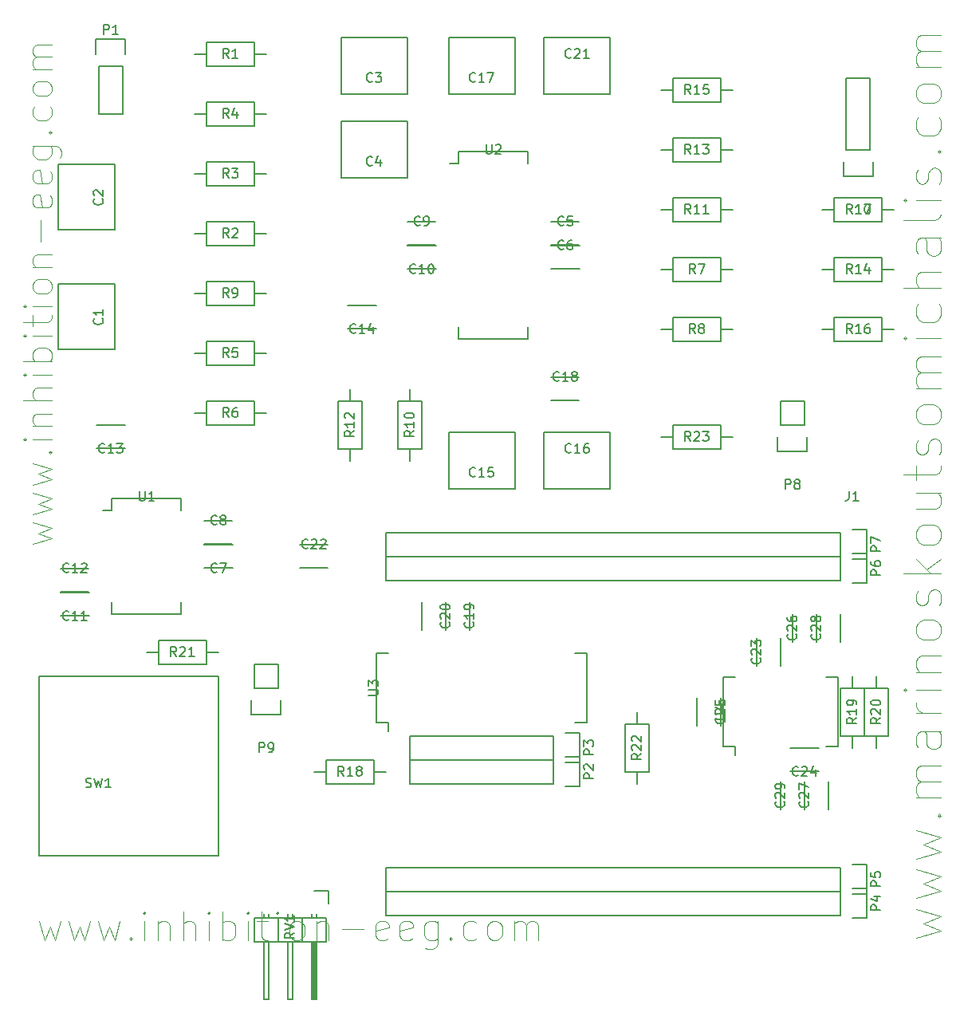
<source format=gbr>
G04 #@! TF.FileFunction,Legend,Top*
%FSLAX46Y46*%
G04 Gerber Fmt 4.6, Leading zero omitted, Abs format (unit mm)*
G04 Created by KiCad (PCBNEW 4.0.2-stable) date 2016 November 09, Wednesday 18:18:30*
%MOMM*%
G01*
G04 APERTURE LIST*
%ADD10C,0.100000*%
%ADD11C,0.150000*%
G04 APERTURE END LIST*
D10*
D11*
X2540000Y-69850000D02*
X21590000Y-69850000D01*
X21590000Y-69850000D02*
X21590000Y-88900000D01*
X21590000Y-88900000D02*
X2540000Y-88900000D01*
X2540000Y-88900000D02*
X2540000Y-69850000D01*
X15240000Y-66040000D02*
X20320000Y-66040000D01*
X20320000Y-66040000D02*
X20320000Y-68580000D01*
X20320000Y-68580000D02*
X15240000Y-68580000D01*
X15240000Y-68580000D02*
X15240000Y-66040000D01*
X15240000Y-67310000D02*
X13970000Y-67310000D01*
X20320000Y-67310000D02*
X21590000Y-67310000D01*
X74930000Y-45720000D02*
X69850000Y-45720000D01*
X69850000Y-45720000D02*
X69850000Y-43180000D01*
X69850000Y-43180000D02*
X74930000Y-43180000D01*
X74930000Y-43180000D02*
X74930000Y-45720000D01*
X74930000Y-44450000D02*
X76200000Y-44450000D01*
X69850000Y-44450000D02*
X68580000Y-44450000D01*
X83840000Y-84070000D02*
X83840000Y-81070000D01*
X86340000Y-81070000D02*
X86340000Y-84070000D01*
X85110000Y-66290000D02*
X85110000Y-63290000D01*
X87610000Y-63290000D02*
X87610000Y-66290000D01*
X82570000Y-66290000D02*
X82570000Y-63290000D01*
X85070000Y-63290000D02*
X85070000Y-66290000D01*
X81300000Y-84070000D02*
X81300000Y-81070000D01*
X83800000Y-81070000D02*
X83800000Y-84070000D01*
X74910000Y-72140000D02*
X74910000Y-75140000D01*
X72410000Y-75140000D02*
X72410000Y-72140000D01*
X78760000Y-68830000D02*
X78760000Y-65830000D01*
X81260000Y-65830000D02*
X81260000Y-68830000D01*
X85340000Y-79990000D02*
X82340000Y-79990000D01*
X82340000Y-77490000D02*
X85340000Y-77490000D01*
X90170000Y-71120000D02*
X90170000Y-76200000D01*
X90170000Y-76200000D02*
X87630000Y-76200000D01*
X87630000Y-76200000D02*
X87630000Y-71120000D01*
X87630000Y-71120000D02*
X90170000Y-71120000D01*
X88900000Y-71120000D02*
X88900000Y-69850000D01*
X88900000Y-76200000D02*
X88900000Y-77470000D01*
X90170000Y-76200000D02*
X90170000Y-71120000D01*
X90170000Y-71120000D02*
X92710000Y-71120000D01*
X92710000Y-71120000D02*
X92710000Y-76200000D01*
X92710000Y-76200000D02*
X90170000Y-76200000D01*
X91440000Y-76200000D02*
X91440000Y-77470000D01*
X91440000Y-71120000D02*
X91440000Y-69850000D01*
X45700000Y-61980000D02*
X45700000Y-64980000D01*
X43200000Y-64980000D02*
X43200000Y-61980000D01*
X48240000Y-61980000D02*
X48240000Y-64980000D01*
X45740000Y-64980000D02*
X45740000Y-61980000D01*
X33020000Y-78740000D02*
X38100000Y-78740000D01*
X38100000Y-78740000D02*
X38100000Y-81280000D01*
X38100000Y-81280000D02*
X33020000Y-81280000D01*
X33020000Y-81280000D02*
X33020000Y-78740000D01*
X33020000Y-80010000D02*
X31750000Y-80010000D01*
X38100000Y-80010000D02*
X39370000Y-80010000D01*
X30230000Y-55900000D02*
X33230000Y-55900000D01*
X33230000Y-58400000D02*
X30230000Y-58400000D01*
X86995000Y-19050000D02*
X92075000Y-19050000D01*
X92075000Y-19050000D02*
X92075000Y-21590000D01*
X92075000Y-21590000D02*
X86995000Y-21590000D01*
X86995000Y-21590000D02*
X86995000Y-19050000D01*
X86995000Y-20320000D02*
X85725000Y-20320000D01*
X92075000Y-20320000D02*
X93345000Y-20320000D01*
X74930000Y-8890000D02*
X69850000Y-8890000D01*
X69850000Y-8890000D02*
X69850000Y-6350000D01*
X69850000Y-6350000D02*
X74930000Y-6350000D01*
X74930000Y-6350000D02*
X74930000Y-8890000D01*
X74930000Y-7620000D02*
X76200000Y-7620000D01*
X69850000Y-7620000D02*
X68580000Y-7620000D01*
X56150000Y-2080000D02*
X63150000Y-2080000D01*
X63150000Y-2080000D02*
X63150000Y-8080000D01*
X63150000Y-8080000D02*
X56150000Y-8080000D01*
X56150000Y-8080000D02*
X56150000Y-2080000D01*
X53070000Y-8080000D02*
X46070000Y-8080000D01*
X46070000Y-8080000D02*
X46070000Y-2080000D01*
X46070000Y-2080000D02*
X53070000Y-2080000D01*
X53070000Y-2080000D02*
X53070000Y-8080000D01*
X86995000Y-25400000D02*
X92075000Y-25400000D01*
X92075000Y-25400000D02*
X92075000Y-27940000D01*
X92075000Y-27940000D02*
X86995000Y-27940000D01*
X86995000Y-27940000D02*
X86995000Y-25400000D01*
X86995000Y-26670000D02*
X85725000Y-26670000D01*
X92075000Y-26670000D02*
X93345000Y-26670000D01*
X92075000Y-34290000D02*
X86995000Y-34290000D01*
X86995000Y-34290000D02*
X86995000Y-31750000D01*
X86995000Y-31750000D02*
X92075000Y-31750000D01*
X92075000Y-31750000D02*
X92075000Y-34290000D01*
X92075000Y-33020000D02*
X93345000Y-33020000D01*
X86995000Y-33020000D02*
X85725000Y-33020000D01*
X56900000Y-38120000D02*
X59900000Y-38120000D01*
X59900000Y-40620000D02*
X56900000Y-40620000D01*
X69850000Y-12700000D02*
X74930000Y-12700000D01*
X74930000Y-12700000D02*
X74930000Y-15240000D01*
X74930000Y-15240000D02*
X69850000Y-15240000D01*
X69850000Y-15240000D02*
X69850000Y-12700000D01*
X69850000Y-13970000D02*
X68580000Y-13970000D01*
X74930000Y-13970000D02*
X76200000Y-13970000D01*
X53070000Y-49990000D02*
X46070000Y-49990000D01*
X46070000Y-49990000D02*
X46070000Y-43990000D01*
X46070000Y-43990000D02*
X53070000Y-43990000D01*
X53070000Y-43990000D02*
X53070000Y-49990000D01*
X56150000Y-43990000D02*
X63150000Y-43990000D01*
X63150000Y-43990000D02*
X63150000Y-49990000D01*
X63150000Y-49990000D02*
X56150000Y-49990000D01*
X56150000Y-49990000D02*
X56150000Y-43990000D01*
X69850000Y-25400000D02*
X74930000Y-25400000D01*
X74930000Y-25400000D02*
X74930000Y-27940000D01*
X74930000Y-27940000D02*
X69850000Y-27940000D01*
X69850000Y-27940000D02*
X69850000Y-25400000D01*
X69850000Y-26670000D02*
X68580000Y-26670000D01*
X74930000Y-26670000D02*
X76200000Y-26670000D01*
X74930000Y-34290000D02*
X69850000Y-34290000D01*
X69850000Y-34290000D02*
X69850000Y-31750000D01*
X69850000Y-31750000D02*
X74930000Y-31750000D01*
X74930000Y-31750000D02*
X74930000Y-34290000D01*
X74930000Y-33020000D02*
X76200000Y-33020000D01*
X69850000Y-33020000D02*
X68580000Y-33020000D01*
X38350000Y-33000000D02*
X35350000Y-33000000D01*
X35350000Y-30500000D02*
X38350000Y-30500000D01*
X36830000Y-40640000D02*
X36830000Y-45720000D01*
X36830000Y-45720000D02*
X34290000Y-45720000D01*
X34290000Y-45720000D02*
X34290000Y-40640000D01*
X34290000Y-40640000D02*
X36830000Y-40640000D01*
X35560000Y-40640000D02*
X35560000Y-39370000D01*
X35560000Y-45720000D02*
X35560000Y-46990000D01*
X69850000Y-19050000D02*
X74930000Y-19050000D01*
X74930000Y-19050000D02*
X74930000Y-21590000D01*
X74930000Y-21590000D02*
X69850000Y-21590000D01*
X69850000Y-21590000D02*
X69850000Y-19050000D01*
X69850000Y-20320000D02*
X68580000Y-20320000D01*
X74930000Y-20320000D02*
X76200000Y-20320000D01*
X40640000Y-45720000D02*
X40640000Y-40640000D01*
X40640000Y-40640000D02*
X43180000Y-40640000D01*
X43180000Y-40640000D02*
X43180000Y-45720000D01*
X43180000Y-45720000D02*
X40640000Y-45720000D01*
X41910000Y-45720000D02*
X41910000Y-46990000D01*
X41910000Y-40640000D02*
X41910000Y-39370000D01*
X20320000Y-27940000D02*
X25400000Y-27940000D01*
X25400000Y-27940000D02*
X25400000Y-30480000D01*
X25400000Y-30480000D02*
X20320000Y-30480000D01*
X20320000Y-30480000D02*
X20320000Y-27940000D01*
X20320000Y-29210000D02*
X19050000Y-29210000D01*
X25400000Y-29210000D02*
X26670000Y-29210000D01*
X11680000Y-45700000D02*
X8680000Y-45700000D01*
X8680000Y-43200000D02*
X11680000Y-43200000D01*
X44700000Y-26650000D02*
X41700000Y-26650000D01*
X41700000Y-24150000D02*
X44700000Y-24150000D01*
X41660000Y-21610000D02*
X44660000Y-21610000D01*
X44660000Y-24110000D02*
X41660000Y-24110000D01*
X59940000Y-26650000D02*
X56940000Y-26650000D01*
X56940000Y-24150000D02*
X59940000Y-24150000D01*
X56900000Y-21610000D02*
X59900000Y-21610000D01*
X59900000Y-24110000D02*
X56900000Y-24110000D01*
X20320000Y-34290000D02*
X25400000Y-34290000D01*
X25400000Y-34290000D02*
X25400000Y-36830000D01*
X25400000Y-36830000D02*
X20320000Y-36830000D01*
X20320000Y-36830000D02*
X20320000Y-34290000D01*
X20320000Y-35560000D02*
X19050000Y-35560000D01*
X25400000Y-35560000D02*
X26670000Y-35560000D01*
X25400000Y-43180000D02*
X20320000Y-43180000D01*
X20320000Y-43180000D02*
X20320000Y-40640000D01*
X20320000Y-40640000D02*
X25400000Y-40640000D01*
X25400000Y-40640000D02*
X25400000Y-43180000D01*
X25400000Y-41910000D02*
X26670000Y-41910000D01*
X20320000Y-41910000D02*
X19050000Y-41910000D01*
X20070000Y-53360000D02*
X23070000Y-53360000D01*
X23070000Y-55860000D02*
X20070000Y-55860000D01*
X23110000Y-58400000D02*
X20110000Y-58400000D01*
X20110000Y-55900000D02*
X23110000Y-55900000D01*
X7870000Y-63480000D02*
X4870000Y-63480000D01*
X4870000Y-60980000D02*
X7870000Y-60980000D01*
X4830000Y-58440000D02*
X7830000Y-58440000D01*
X7830000Y-60940000D02*
X4830000Y-60940000D01*
X10295000Y-51045000D02*
X10295000Y-52315000D01*
X17645000Y-51045000D02*
X17645000Y-52315000D01*
X17645000Y-63255000D02*
X17645000Y-61985000D01*
X10295000Y-63255000D02*
X10295000Y-61985000D01*
X10295000Y-51045000D02*
X17645000Y-51045000D01*
X10295000Y-63255000D02*
X17645000Y-63255000D01*
X10295000Y-52315000D02*
X9360000Y-52315000D01*
X20320000Y-15240000D02*
X25400000Y-15240000D01*
X25400000Y-15240000D02*
X25400000Y-17780000D01*
X25400000Y-17780000D02*
X20320000Y-17780000D01*
X20320000Y-17780000D02*
X20320000Y-15240000D01*
X20320000Y-16510000D02*
X19050000Y-16510000D01*
X25400000Y-16510000D02*
X26670000Y-16510000D01*
X20320000Y-21590000D02*
X25400000Y-21590000D01*
X25400000Y-21590000D02*
X25400000Y-24130000D01*
X25400000Y-24130000D02*
X20320000Y-24130000D01*
X20320000Y-24130000D02*
X20320000Y-21590000D01*
X20320000Y-22860000D02*
X19050000Y-22860000D01*
X25400000Y-22860000D02*
X26670000Y-22860000D01*
X10620000Y-15510000D02*
X10620000Y-22510000D01*
X10620000Y-22510000D02*
X4620000Y-22510000D01*
X4620000Y-22510000D02*
X4620000Y-15510000D01*
X4620000Y-15510000D02*
X10620000Y-15510000D01*
X10620000Y-28210000D02*
X10620000Y-35210000D01*
X10620000Y-35210000D02*
X4620000Y-35210000D01*
X4620000Y-35210000D02*
X4620000Y-28210000D01*
X4620000Y-28210000D02*
X10620000Y-28210000D01*
X41640000Y-8080000D02*
X34640000Y-8080000D01*
X34640000Y-8080000D02*
X34640000Y-2080000D01*
X34640000Y-2080000D02*
X41640000Y-2080000D01*
X41640000Y-2080000D02*
X41640000Y-8080000D01*
X41640000Y-16970000D02*
X34640000Y-16970000D01*
X34640000Y-16970000D02*
X34640000Y-10970000D01*
X34640000Y-10970000D02*
X41640000Y-10970000D01*
X41640000Y-10970000D02*
X41640000Y-16970000D01*
X47125000Y-14215000D02*
X47125000Y-15485000D01*
X54475000Y-14215000D02*
X54475000Y-15485000D01*
X54475000Y-34045000D02*
X54475000Y-32775000D01*
X47125000Y-34045000D02*
X47125000Y-32775000D01*
X47125000Y-14215000D02*
X54475000Y-14215000D01*
X47125000Y-34045000D02*
X54475000Y-34045000D01*
X47125000Y-15485000D02*
X46190000Y-15485000D01*
X75175000Y-77335000D02*
X76445000Y-77335000D01*
X75175000Y-69985000D02*
X76445000Y-69985000D01*
X87385000Y-69985000D02*
X86115000Y-69985000D01*
X87385000Y-77335000D02*
X86115000Y-77335000D01*
X75175000Y-77335000D02*
X75175000Y-69985000D01*
X87385000Y-77335000D02*
X87385000Y-69985000D01*
X76445000Y-77335000D02*
X76445000Y-78270000D01*
X33300000Y-92680000D02*
X31750000Y-92680000D01*
X33300000Y-93980000D02*
X33300000Y-92680000D01*
X31877000Y-98171000D02*
X31877000Y-104013000D01*
X31877000Y-104013000D02*
X31623000Y-104013000D01*
X31623000Y-104013000D02*
X31623000Y-98171000D01*
X31623000Y-98171000D02*
X31750000Y-98171000D01*
X31750000Y-98171000D02*
X31750000Y-104013000D01*
X32004000Y-95504000D02*
X32004000Y-95123000D01*
X31496000Y-95504000D02*
X31496000Y-95123000D01*
X29464000Y-95504000D02*
X29464000Y-95123000D01*
X28956000Y-95504000D02*
X28956000Y-95123000D01*
X26924000Y-95504000D02*
X26924000Y-95123000D01*
X26416000Y-95504000D02*
X26416000Y-95123000D01*
X30480000Y-98044000D02*
X33020000Y-98044000D01*
X31496000Y-104140000D02*
X31496000Y-98044000D01*
X32004000Y-104140000D02*
X31496000Y-104140000D01*
X32004000Y-98044000D02*
X32004000Y-104140000D01*
X30480000Y-95504000D02*
X30480000Y-98044000D01*
X33020000Y-95504000D02*
X30480000Y-95504000D01*
X33020000Y-95504000D02*
X33020000Y-98044000D01*
X27940000Y-95504000D02*
X27940000Y-98044000D01*
X27940000Y-95504000D02*
X25400000Y-95504000D01*
X26924000Y-98044000D02*
X26924000Y-104140000D01*
X26924000Y-104140000D02*
X26416000Y-104140000D01*
X26416000Y-104140000D02*
X26416000Y-98044000D01*
X25400000Y-98044000D02*
X27940000Y-98044000D01*
X27940000Y-98044000D02*
X30480000Y-98044000D01*
X28956000Y-104140000D02*
X28956000Y-98044000D01*
X29464000Y-104140000D02*
X28956000Y-104140000D01*
X29464000Y-98044000D02*
X29464000Y-104140000D01*
X27940000Y-95504000D02*
X27940000Y-98044000D01*
X30480000Y-95504000D02*
X27940000Y-95504000D01*
X30480000Y-95504000D02*
X30480000Y-98044000D01*
X25400000Y-95504000D02*
X25400000Y-98044000D01*
X87630000Y-57150000D02*
X39370000Y-57150000D01*
X39370000Y-57150000D02*
X39370000Y-54610000D01*
X39370000Y-54610000D02*
X87630000Y-54610000D01*
X90450000Y-57430000D02*
X88900000Y-57430000D01*
X87630000Y-57150000D02*
X87630000Y-54610000D01*
X88900000Y-54330000D02*
X90450000Y-54330000D01*
X90450000Y-54330000D02*
X90450000Y-57430000D01*
X87630000Y-59690000D02*
X39370000Y-59690000D01*
X39370000Y-59690000D02*
X39370000Y-57150000D01*
X39370000Y-57150000D02*
X87630000Y-57150000D01*
X90450000Y-59970000D02*
X88900000Y-59970000D01*
X87630000Y-59690000D02*
X87630000Y-57150000D01*
X88900000Y-56870000D02*
X90450000Y-56870000D01*
X90450000Y-56870000D02*
X90450000Y-59970000D01*
X38345000Y-74795000D02*
X39615000Y-74795000D01*
X38345000Y-67445000D02*
X39615000Y-67445000D01*
X60715000Y-67445000D02*
X59445000Y-67445000D01*
X60715000Y-74795000D02*
X59445000Y-74795000D01*
X38345000Y-74795000D02*
X38345000Y-67445000D01*
X60715000Y-74795000D02*
X60715000Y-67445000D01*
X39615000Y-74795000D02*
X39615000Y-75730000D01*
X57150000Y-78740000D02*
X41910000Y-78740000D01*
X41910000Y-78740000D02*
X41910000Y-76200000D01*
X41910000Y-76200000D02*
X57150000Y-76200000D01*
X59970000Y-79020000D02*
X58420000Y-79020000D01*
X57150000Y-78740000D02*
X57150000Y-76200000D01*
X58420000Y-75920000D02*
X59970000Y-75920000D01*
X59970000Y-75920000D02*
X59970000Y-79020000D01*
X57150000Y-81280000D02*
X41910000Y-81280000D01*
X41910000Y-81280000D02*
X41910000Y-78740000D01*
X41910000Y-78740000D02*
X57150000Y-78740000D01*
X59970000Y-81560000D02*
X58420000Y-81560000D01*
X57150000Y-81280000D02*
X57150000Y-78740000D01*
X58420000Y-78460000D02*
X59970000Y-78460000D01*
X59970000Y-78460000D02*
X59970000Y-81560000D01*
X87630000Y-92710000D02*
X39370000Y-92710000D01*
X39370000Y-92710000D02*
X39370000Y-90170000D01*
X39370000Y-90170000D02*
X87630000Y-90170000D01*
X90450000Y-92990000D02*
X88900000Y-92990000D01*
X87630000Y-92710000D02*
X87630000Y-90170000D01*
X88900000Y-89890000D02*
X90450000Y-89890000D01*
X90450000Y-89890000D02*
X90450000Y-92990000D01*
X87630000Y-95250000D02*
X39370000Y-95250000D01*
X39370000Y-95250000D02*
X39370000Y-92710000D01*
X39370000Y-92710000D02*
X87630000Y-92710000D01*
X90450000Y-95530000D02*
X88900000Y-95530000D01*
X87630000Y-95250000D02*
X87630000Y-92710000D01*
X88900000Y-92430000D02*
X90450000Y-92430000D01*
X90450000Y-92430000D02*
X90450000Y-95530000D01*
X8890000Y-5080000D02*
X8890000Y-10160000D01*
X8890000Y-10160000D02*
X11430000Y-10160000D01*
X11430000Y-10160000D02*
X11430000Y-5080000D01*
X11710000Y-2260000D02*
X11710000Y-3810000D01*
X11430000Y-5080000D02*
X8890000Y-5080000D01*
X8610000Y-3810000D02*
X8610000Y-2260000D01*
X8610000Y-2260000D02*
X11710000Y-2260000D01*
X20320000Y-8890000D02*
X25400000Y-8890000D01*
X25400000Y-8890000D02*
X25400000Y-11430000D01*
X25400000Y-11430000D02*
X20320000Y-11430000D01*
X20320000Y-11430000D02*
X20320000Y-8890000D01*
X20320000Y-10160000D02*
X19050000Y-10160000D01*
X25400000Y-10160000D02*
X26670000Y-10160000D01*
X25400000Y-5080000D02*
X20320000Y-5080000D01*
X20320000Y-5080000D02*
X20320000Y-2540000D01*
X20320000Y-2540000D02*
X25400000Y-2540000D01*
X25400000Y-2540000D02*
X25400000Y-5080000D01*
X25400000Y-3810000D02*
X26670000Y-3810000D01*
X20320000Y-3810000D02*
X19050000Y-3810000D01*
X81280000Y-43180000D02*
X81280000Y-40640000D01*
X81000000Y-46000000D02*
X81000000Y-44450000D01*
X81280000Y-43180000D02*
X83820000Y-43180000D01*
X84100000Y-44450000D02*
X84100000Y-46000000D01*
X84100000Y-46000000D02*
X81000000Y-46000000D01*
X83820000Y-43180000D02*
X83820000Y-40640000D01*
X83820000Y-40640000D02*
X81280000Y-40640000D01*
X67310000Y-74930000D02*
X67310000Y-80010000D01*
X67310000Y-80010000D02*
X64770000Y-80010000D01*
X64770000Y-80010000D02*
X64770000Y-74930000D01*
X64770000Y-74930000D02*
X67310000Y-74930000D01*
X66040000Y-74930000D02*
X66040000Y-73660000D01*
X66040000Y-80010000D02*
X66040000Y-81280000D01*
X25400000Y-71120000D02*
X25400000Y-68580000D01*
X25120000Y-73940000D02*
X25120000Y-72390000D01*
X25400000Y-71120000D02*
X27940000Y-71120000D01*
X28220000Y-72390000D02*
X28220000Y-73940000D01*
X28220000Y-73940000D02*
X25120000Y-73940000D01*
X27940000Y-71120000D02*
X27940000Y-68580000D01*
X27940000Y-68580000D02*
X25400000Y-68580000D01*
X90805000Y-13970000D02*
X90805000Y-6350000D01*
X88265000Y-13970000D02*
X88265000Y-6350000D01*
X87985000Y-16790000D02*
X87985000Y-15240000D01*
X90805000Y-6350000D02*
X88265000Y-6350000D01*
X88265000Y-13970000D02*
X90805000Y-13970000D01*
X91085000Y-15240000D02*
X91085000Y-16790000D01*
X91085000Y-16790000D02*
X87985000Y-16790000D01*
D10*
X2567142Y-95877143D02*
X3138571Y-97877143D01*
X3710000Y-96448571D01*
X4281428Y-97877143D01*
X4852857Y-95877143D01*
X5709999Y-95877143D02*
X6281428Y-97877143D01*
X6852857Y-96448571D01*
X7424285Y-97877143D01*
X7995714Y-95877143D01*
X8852856Y-95877143D02*
X9424285Y-97877143D01*
X9995714Y-96448571D01*
X10567142Y-97877143D01*
X11138571Y-95877143D01*
X12281428Y-97591429D02*
X12424285Y-97734286D01*
X12281428Y-97877143D01*
X12138571Y-97734286D01*
X12281428Y-97591429D01*
X12281428Y-97877143D01*
X13709999Y-97877143D02*
X13709999Y-95877143D01*
X13709999Y-94877143D02*
X13567142Y-95020000D01*
X13709999Y-95162857D01*
X13852856Y-95020000D01*
X13709999Y-94877143D01*
X13709999Y-95162857D01*
X15138570Y-95877143D02*
X15138570Y-97877143D01*
X15138570Y-96162857D02*
X15281427Y-96020000D01*
X15567141Y-95877143D01*
X15995713Y-95877143D01*
X16281427Y-96020000D01*
X16424284Y-96305714D01*
X16424284Y-97877143D01*
X17852856Y-97877143D02*
X17852856Y-94877143D01*
X19138570Y-97877143D02*
X19138570Y-96305714D01*
X18995713Y-96020000D01*
X18709999Y-95877143D01*
X18281427Y-95877143D01*
X17995713Y-96020000D01*
X17852856Y-96162857D01*
X20567142Y-97877143D02*
X20567142Y-95877143D01*
X20567142Y-94877143D02*
X20424285Y-95020000D01*
X20567142Y-95162857D01*
X20709999Y-95020000D01*
X20567142Y-94877143D01*
X20567142Y-95162857D01*
X21995713Y-97877143D02*
X21995713Y-94877143D01*
X21995713Y-96020000D02*
X22281427Y-95877143D01*
X22852856Y-95877143D01*
X23138570Y-96020000D01*
X23281427Y-96162857D01*
X23424284Y-96448571D01*
X23424284Y-97305714D01*
X23281427Y-97591429D01*
X23138570Y-97734286D01*
X22852856Y-97877143D01*
X22281427Y-97877143D01*
X21995713Y-97734286D01*
X24709999Y-97877143D02*
X24709999Y-95877143D01*
X24709999Y-94877143D02*
X24567142Y-95020000D01*
X24709999Y-95162857D01*
X24852856Y-95020000D01*
X24709999Y-94877143D01*
X24709999Y-95162857D01*
X25709998Y-95877143D02*
X26852855Y-95877143D01*
X26138570Y-94877143D02*
X26138570Y-97448571D01*
X26281427Y-97734286D01*
X26567141Y-97877143D01*
X26852855Y-97877143D01*
X27852856Y-97877143D02*
X27852856Y-95877143D01*
X27852856Y-94877143D02*
X27709999Y-95020000D01*
X27852856Y-95162857D01*
X27995713Y-95020000D01*
X27852856Y-94877143D01*
X27852856Y-95162857D01*
X29709998Y-97877143D02*
X29424284Y-97734286D01*
X29281427Y-97591429D01*
X29138570Y-97305714D01*
X29138570Y-96448571D01*
X29281427Y-96162857D01*
X29424284Y-96020000D01*
X29709998Y-95877143D01*
X30138570Y-95877143D01*
X30424284Y-96020000D01*
X30567141Y-96162857D01*
X30709998Y-96448571D01*
X30709998Y-97305714D01*
X30567141Y-97591429D01*
X30424284Y-97734286D01*
X30138570Y-97877143D01*
X29709998Y-97877143D01*
X31995713Y-95877143D02*
X31995713Y-97877143D01*
X31995713Y-96162857D02*
X32138570Y-96020000D01*
X32424284Y-95877143D01*
X32852856Y-95877143D01*
X33138570Y-96020000D01*
X33281427Y-96305714D01*
X33281427Y-97877143D01*
X34709999Y-96734286D02*
X36995713Y-96734286D01*
X39567142Y-97734286D02*
X39281428Y-97877143D01*
X38709999Y-97877143D01*
X38424285Y-97734286D01*
X38281428Y-97448571D01*
X38281428Y-96305714D01*
X38424285Y-96020000D01*
X38709999Y-95877143D01*
X39281428Y-95877143D01*
X39567142Y-96020000D01*
X39709999Y-96305714D01*
X39709999Y-96591429D01*
X38281428Y-96877143D01*
X42138571Y-97734286D02*
X41852857Y-97877143D01*
X41281428Y-97877143D01*
X40995714Y-97734286D01*
X40852857Y-97448571D01*
X40852857Y-96305714D01*
X40995714Y-96020000D01*
X41281428Y-95877143D01*
X41852857Y-95877143D01*
X42138571Y-96020000D01*
X42281428Y-96305714D01*
X42281428Y-96591429D01*
X40852857Y-96877143D01*
X44852857Y-95877143D02*
X44852857Y-98305714D01*
X44710000Y-98591429D01*
X44567143Y-98734286D01*
X44281428Y-98877143D01*
X43852857Y-98877143D01*
X43567143Y-98734286D01*
X44852857Y-97734286D02*
X44567143Y-97877143D01*
X43995714Y-97877143D01*
X43710000Y-97734286D01*
X43567143Y-97591429D01*
X43424286Y-97305714D01*
X43424286Y-96448571D01*
X43567143Y-96162857D01*
X43710000Y-96020000D01*
X43995714Y-95877143D01*
X44567143Y-95877143D01*
X44852857Y-96020000D01*
X46281429Y-97591429D02*
X46424286Y-97734286D01*
X46281429Y-97877143D01*
X46138572Y-97734286D01*
X46281429Y-97591429D01*
X46281429Y-97877143D01*
X48995714Y-97734286D02*
X48710000Y-97877143D01*
X48138571Y-97877143D01*
X47852857Y-97734286D01*
X47710000Y-97591429D01*
X47567143Y-97305714D01*
X47567143Y-96448571D01*
X47710000Y-96162857D01*
X47852857Y-96020000D01*
X48138571Y-95877143D01*
X48710000Y-95877143D01*
X48995714Y-96020000D01*
X50710000Y-97877143D02*
X50424286Y-97734286D01*
X50281429Y-97591429D01*
X50138572Y-97305714D01*
X50138572Y-96448571D01*
X50281429Y-96162857D01*
X50424286Y-96020000D01*
X50710000Y-95877143D01*
X51138572Y-95877143D01*
X51424286Y-96020000D01*
X51567143Y-96162857D01*
X51710000Y-96448571D01*
X51710000Y-97305714D01*
X51567143Y-97591429D01*
X51424286Y-97734286D01*
X51138572Y-97877143D01*
X50710000Y-97877143D01*
X52995715Y-97877143D02*
X52995715Y-95877143D01*
X52995715Y-96162857D02*
X53138572Y-96020000D01*
X53424286Y-95877143D01*
X53852858Y-95877143D01*
X54138572Y-96020000D01*
X54281429Y-96305714D01*
X54281429Y-97877143D01*
X54281429Y-96305714D02*
X54424286Y-96020000D01*
X54710000Y-95877143D01*
X55138572Y-95877143D01*
X55424286Y-96020000D01*
X55567143Y-96305714D01*
X55567143Y-97877143D01*
D11*
D10*
X95662857Y-97625237D02*
X98329524Y-96863333D01*
X96424762Y-96101428D01*
X98329524Y-95339523D01*
X95662857Y-94577618D01*
X95662857Y-93434761D02*
X98329524Y-92672857D01*
X96424762Y-91910952D01*
X98329524Y-91149047D01*
X95662857Y-90387142D01*
X95662857Y-89244285D02*
X98329524Y-88482381D01*
X96424762Y-87720476D01*
X98329524Y-86958571D01*
X95662857Y-86196666D01*
X97948571Y-84672857D02*
X98139048Y-84482381D01*
X98329524Y-84672857D01*
X98139048Y-84863333D01*
X97948571Y-84672857D01*
X98329524Y-84672857D01*
X98329524Y-82768095D02*
X95662857Y-82768095D01*
X96043810Y-82768095D02*
X95853333Y-82577619D01*
X95662857Y-82196666D01*
X95662857Y-81625238D01*
X95853333Y-81244286D01*
X96234286Y-81053809D01*
X98329524Y-81053809D01*
X96234286Y-81053809D02*
X95853333Y-80863333D01*
X95662857Y-80482381D01*
X95662857Y-79910952D01*
X95853333Y-79530000D01*
X96234286Y-79339524D01*
X98329524Y-79339524D01*
X98329524Y-75720476D02*
X96234286Y-75720476D01*
X95853333Y-75910953D01*
X95662857Y-76291905D01*
X95662857Y-77053810D01*
X95853333Y-77434762D01*
X98139048Y-75720476D02*
X98329524Y-76101429D01*
X98329524Y-77053810D01*
X98139048Y-77434762D01*
X97758095Y-77625238D01*
X97377143Y-77625238D01*
X96996190Y-77434762D01*
X96805714Y-77053810D01*
X96805714Y-76101429D01*
X96615238Y-75720476D01*
X98329524Y-73815714D02*
X95662857Y-73815714D01*
X96424762Y-73815714D02*
X96043810Y-73625238D01*
X95853333Y-73434762D01*
X95662857Y-73053809D01*
X95662857Y-72672857D01*
X98329524Y-71339524D02*
X95662857Y-71339524D01*
X94329524Y-71339524D02*
X94520000Y-71530000D01*
X94710476Y-71339524D01*
X94520000Y-71149048D01*
X94329524Y-71339524D01*
X94710476Y-71339524D01*
X95662857Y-69434762D02*
X98329524Y-69434762D01*
X96043810Y-69434762D02*
X95853333Y-69244286D01*
X95662857Y-68863333D01*
X95662857Y-68291905D01*
X95853333Y-67910953D01*
X96234286Y-67720476D01*
X98329524Y-67720476D01*
X98329524Y-65244285D02*
X98139048Y-65625238D01*
X97948571Y-65815714D01*
X97567619Y-66006190D01*
X96424762Y-66006190D01*
X96043810Y-65815714D01*
X95853333Y-65625238D01*
X95662857Y-65244285D01*
X95662857Y-64672857D01*
X95853333Y-64291905D01*
X96043810Y-64101428D01*
X96424762Y-63910952D01*
X97567619Y-63910952D01*
X97948571Y-64101428D01*
X98139048Y-64291905D01*
X98329524Y-64672857D01*
X98329524Y-65244285D01*
X98139048Y-62387142D02*
X98329524Y-62006190D01*
X98329524Y-61244285D01*
X98139048Y-60863333D01*
X97758095Y-60672857D01*
X97567619Y-60672857D01*
X97186667Y-60863333D01*
X96996190Y-61244285D01*
X96996190Y-61815714D01*
X96805714Y-62196666D01*
X96424762Y-62387142D01*
X96234286Y-62387142D01*
X95853333Y-62196666D01*
X95662857Y-61815714D01*
X95662857Y-61244285D01*
X95853333Y-60863333D01*
X98329524Y-58958571D02*
X94329524Y-58958571D01*
X96805714Y-58577619D02*
X98329524Y-57434762D01*
X95662857Y-57434762D02*
X97186667Y-58958571D01*
X98329524Y-55149047D02*
X98139048Y-55530000D01*
X97948571Y-55720476D01*
X97567619Y-55910952D01*
X96424762Y-55910952D01*
X96043810Y-55720476D01*
X95853333Y-55530000D01*
X95662857Y-55149047D01*
X95662857Y-54577619D01*
X95853333Y-54196667D01*
X96043810Y-54006190D01*
X96424762Y-53815714D01*
X97567619Y-53815714D01*
X97948571Y-54006190D01*
X98139048Y-54196667D01*
X98329524Y-54577619D01*
X98329524Y-55149047D01*
X95662857Y-50387142D02*
X98329524Y-50387142D01*
X95662857Y-52101428D02*
X97758095Y-52101428D01*
X98139048Y-51910952D01*
X98329524Y-51529999D01*
X98329524Y-50958571D01*
X98139048Y-50577619D01*
X97948571Y-50387142D01*
X95662857Y-49053809D02*
X95662857Y-47529999D01*
X94329524Y-48482380D02*
X97758095Y-48482380D01*
X98139048Y-48291904D01*
X98329524Y-47910951D01*
X98329524Y-47529999D01*
X98139048Y-46387142D02*
X98329524Y-46006190D01*
X98329524Y-45244285D01*
X98139048Y-44863333D01*
X97758095Y-44672857D01*
X97567619Y-44672857D01*
X97186667Y-44863333D01*
X96996190Y-45244285D01*
X96996190Y-45815714D01*
X96805714Y-46196666D01*
X96424762Y-46387142D01*
X96234286Y-46387142D01*
X95853333Y-46196666D01*
X95662857Y-45815714D01*
X95662857Y-45244285D01*
X95853333Y-44863333D01*
X98329524Y-42387142D02*
X98139048Y-42768095D01*
X97948571Y-42958571D01*
X97567619Y-43149047D01*
X96424762Y-43149047D01*
X96043810Y-42958571D01*
X95853333Y-42768095D01*
X95662857Y-42387142D01*
X95662857Y-41815714D01*
X95853333Y-41434762D01*
X96043810Y-41244285D01*
X96424762Y-41053809D01*
X97567619Y-41053809D01*
X97948571Y-41244285D01*
X98139048Y-41434762D01*
X98329524Y-41815714D01*
X98329524Y-42387142D01*
X98329524Y-39339523D02*
X95662857Y-39339523D01*
X96043810Y-39339523D02*
X95853333Y-39149047D01*
X95662857Y-38768094D01*
X95662857Y-38196666D01*
X95853333Y-37815714D01*
X96234286Y-37625237D01*
X98329524Y-37625237D01*
X96234286Y-37625237D02*
X95853333Y-37434761D01*
X95662857Y-37053809D01*
X95662857Y-36482380D01*
X95853333Y-36101428D01*
X96234286Y-35910952D01*
X98329524Y-35910952D01*
X98329524Y-34006190D02*
X95662857Y-34006190D01*
X94329524Y-34006190D02*
X94520000Y-34196666D01*
X94710476Y-34006190D01*
X94520000Y-33815714D01*
X94329524Y-34006190D01*
X94710476Y-34006190D01*
X98139048Y-30387142D02*
X98329524Y-30768095D01*
X98329524Y-31529999D01*
X98139048Y-31910952D01*
X97948571Y-32101428D01*
X97567619Y-32291904D01*
X96424762Y-32291904D01*
X96043810Y-32101428D01*
X95853333Y-31910952D01*
X95662857Y-31529999D01*
X95662857Y-30768095D01*
X95853333Y-30387142D01*
X98329524Y-28672857D02*
X94329524Y-28672857D01*
X98329524Y-26958571D02*
X96234286Y-26958571D01*
X95853333Y-27149048D01*
X95662857Y-27530000D01*
X95662857Y-28101428D01*
X95853333Y-28482381D01*
X96043810Y-28672857D01*
X98329524Y-23339523D02*
X96234286Y-23339523D01*
X95853333Y-23530000D01*
X95662857Y-23910952D01*
X95662857Y-24672857D01*
X95853333Y-25053809D01*
X98139048Y-23339523D02*
X98329524Y-23720476D01*
X98329524Y-24672857D01*
X98139048Y-25053809D01*
X97758095Y-25244285D01*
X97377143Y-25244285D01*
X96996190Y-25053809D01*
X96805714Y-24672857D01*
X96805714Y-23720476D01*
X96615238Y-23339523D01*
X98329524Y-20863332D02*
X98139048Y-21244285D01*
X97758095Y-21434761D01*
X94329524Y-21434761D01*
X98329524Y-19339523D02*
X95662857Y-19339523D01*
X94329524Y-19339523D02*
X94520000Y-19529999D01*
X94710476Y-19339523D01*
X94520000Y-19149047D01*
X94329524Y-19339523D01*
X94710476Y-19339523D01*
X98139048Y-17625237D02*
X98329524Y-17244285D01*
X98329524Y-16482380D01*
X98139048Y-16101428D01*
X97758095Y-15910952D01*
X97567619Y-15910952D01*
X97186667Y-16101428D01*
X96996190Y-16482380D01*
X96996190Y-17053809D01*
X96805714Y-17434761D01*
X96424762Y-17625237D01*
X96234286Y-17625237D01*
X95853333Y-17434761D01*
X95662857Y-17053809D01*
X95662857Y-16482380D01*
X95853333Y-16101428D01*
X97948571Y-14196666D02*
X98139048Y-14006190D01*
X98329524Y-14196666D01*
X98139048Y-14387142D01*
X97948571Y-14196666D01*
X98329524Y-14196666D01*
X98139048Y-10577618D02*
X98329524Y-10958571D01*
X98329524Y-11720475D01*
X98139048Y-12101428D01*
X97948571Y-12291904D01*
X97567619Y-12482380D01*
X96424762Y-12482380D01*
X96043810Y-12291904D01*
X95853333Y-12101428D01*
X95662857Y-11720475D01*
X95662857Y-10958571D01*
X95853333Y-10577618D01*
X98329524Y-8291904D02*
X98139048Y-8672857D01*
X97948571Y-8863333D01*
X97567619Y-9053809D01*
X96424762Y-9053809D01*
X96043810Y-8863333D01*
X95853333Y-8672857D01*
X95662857Y-8291904D01*
X95662857Y-7720476D01*
X95853333Y-7339524D01*
X96043810Y-7149047D01*
X96424762Y-6958571D01*
X97567619Y-6958571D01*
X97948571Y-7149047D01*
X98139048Y-7339524D01*
X98329524Y-7720476D01*
X98329524Y-8291904D01*
X98329524Y-5244285D02*
X95662857Y-5244285D01*
X96043810Y-5244285D02*
X95853333Y-5053809D01*
X95662857Y-4672856D01*
X95662857Y-4101428D01*
X95853333Y-3720476D01*
X96234286Y-3529999D01*
X98329524Y-3529999D01*
X96234286Y-3529999D02*
X95853333Y-3339523D01*
X95662857Y-2958571D01*
X95662857Y-2387142D01*
X95853333Y-2006190D01*
X96234286Y-1815714D01*
X98329524Y-1815714D01*
D11*
D10*
X1897143Y-55852858D02*
X3897143Y-55281429D01*
X2468571Y-54710000D01*
X3897143Y-54138572D01*
X1897143Y-53567143D01*
X1897143Y-52710001D02*
X3897143Y-52138572D01*
X2468571Y-51567143D01*
X3897143Y-50995715D01*
X1897143Y-50424286D01*
X1897143Y-49567144D02*
X3897143Y-48995715D01*
X2468571Y-48424286D01*
X3897143Y-47852858D01*
X1897143Y-47281429D01*
X3611429Y-46138572D02*
X3754286Y-45995715D01*
X3897143Y-46138572D01*
X3754286Y-46281429D01*
X3611429Y-46138572D01*
X3897143Y-46138572D01*
X3897143Y-44710001D02*
X1897143Y-44710001D01*
X897143Y-44710001D02*
X1040000Y-44852858D01*
X1182857Y-44710001D01*
X1040000Y-44567144D01*
X897143Y-44710001D01*
X1182857Y-44710001D01*
X1897143Y-43281430D02*
X3897143Y-43281430D01*
X2182857Y-43281430D02*
X2040000Y-43138573D01*
X1897143Y-42852859D01*
X1897143Y-42424287D01*
X2040000Y-42138573D01*
X2325714Y-41995716D01*
X3897143Y-41995716D01*
X3897143Y-40567144D02*
X897143Y-40567144D01*
X3897143Y-39281430D02*
X2325714Y-39281430D01*
X2040000Y-39424287D01*
X1897143Y-39710001D01*
X1897143Y-40138573D01*
X2040000Y-40424287D01*
X2182857Y-40567144D01*
X3897143Y-37852858D02*
X1897143Y-37852858D01*
X897143Y-37852858D02*
X1040000Y-37995715D01*
X1182857Y-37852858D01*
X1040000Y-37710001D01*
X897143Y-37852858D01*
X1182857Y-37852858D01*
X3897143Y-36424287D02*
X897143Y-36424287D01*
X2040000Y-36424287D02*
X1897143Y-36138573D01*
X1897143Y-35567144D01*
X2040000Y-35281430D01*
X2182857Y-35138573D01*
X2468571Y-34995716D01*
X3325714Y-34995716D01*
X3611429Y-35138573D01*
X3754286Y-35281430D01*
X3897143Y-35567144D01*
X3897143Y-36138573D01*
X3754286Y-36424287D01*
X3897143Y-33710001D02*
X1897143Y-33710001D01*
X897143Y-33710001D02*
X1040000Y-33852858D01*
X1182857Y-33710001D01*
X1040000Y-33567144D01*
X897143Y-33710001D01*
X1182857Y-33710001D01*
X1897143Y-32710002D02*
X1897143Y-31567145D01*
X897143Y-32281430D02*
X3468571Y-32281430D01*
X3754286Y-32138573D01*
X3897143Y-31852859D01*
X3897143Y-31567145D01*
X3897143Y-30567144D02*
X1897143Y-30567144D01*
X897143Y-30567144D02*
X1040000Y-30710001D01*
X1182857Y-30567144D01*
X1040000Y-30424287D01*
X897143Y-30567144D01*
X1182857Y-30567144D01*
X3897143Y-28710002D02*
X3754286Y-28995716D01*
X3611429Y-29138573D01*
X3325714Y-29281430D01*
X2468571Y-29281430D01*
X2182857Y-29138573D01*
X2040000Y-28995716D01*
X1897143Y-28710002D01*
X1897143Y-28281430D01*
X2040000Y-27995716D01*
X2182857Y-27852859D01*
X2468571Y-27710002D01*
X3325714Y-27710002D01*
X3611429Y-27852859D01*
X3754286Y-27995716D01*
X3897143Y-28281430D01*
X3897143Y-28710002D01*
X1897143Y-26424287D02*
X3897143Y-26424287D01*
X2182857Y-26424287D02*
X2040000Y-26281430D01*
X1897143Y-25995716D01*
X1897143Y-25567144D01*
X2040000Y-25281430D01*
X2325714Y-25138573D01*
X3897143Y-25138573D01*
X2754286Y-23710001D02*
X2754286Y-21424287D01*
X3754286Y-18852858D02*
X3897143Y-19138572D01*
X3897143Y-19710001D01*
X3754286Y-19995715D01*
X3468571Y-20138572D01*
X2325714Y-20138572D01*
X2040000Y-19995715D01*
X1897143Y-19710001D01*
X1897143Y-19138572D01*
X2040000Y-18852858D01*
X2325714Y-18710001D01*
X2611429Y-18710001D01*
X2897143Y-20138572D01*
X3754286Y-16281429D02*
X3897143Y-16567143D01*
X3897143Y-17138572D01*
X3754286Y-17424286D01*
X3468571Y-17567143D01*
X2325714Y-17567143D01*
X2040000Y-17424286D01*
X1897143Y-17138572D01*
X1897143Y-16567143D01*
X2040000Y-16281429D01*
X2325714Y-16138572D01*
X2611429Y-16138572D01*
X2897143Y-17567143D01*
X1897143Y-13567143D02*
X4325714Y-13567143D01*
X4611429Y-13710000D01*
X4754286Y-13852857D01*
X4897143Y-14138572D01*
X4897143Y-14567143D01*
X4754286Y-14852857D01*
X3754286Y-13567143D02*
X3897143Y-13852857D01*
X3897143Y-14424286D01*
X3754286Y-14710000D01*
X3611429Y-14852857D01*
X3325714Y-14995714D01*
X2468571Y-14995714D01*
X2182857Y-14852857D01*
X2040000Y-14710000D01*
X1897143Y-14424286D01*
X1897143Y-13852857D01*
X2040000Y-13567143D01*
X3611429Y-12138571D02*
X3754286Y-11995714D01*
X3897143Y-12138571D01*
X3754286Y-12281428D01*
X3611429Y-12138571D01*
X3897143Y-12138571D01*
X3754286Y-9424286D02*
X3897143Y-9710000D01*
X3897143Y-10281429D01*
X3754286Y-10567143D01*
X3611429Y-10710000D01*
X3325714Y-10852857D01*
X2468571Y-10852857D01*
X2182857Y-10710000D01*
X2040000Y-10567143D01*
X1897143Y-10281429D01*
X1897143Y-9710000D01*
X2040000Y-9424286D01*
X3897143Y-7710000D02*
X3754286Y-7995714D01*
X3611429Y-8138571D01*
X3325714Y-8281428D01*
X2468571Y-8281428D01*
X2182857Y-8138571D01*
X2040000Y-7995714D01*
X1897143Y-7710000D01*
X1897143Y-7281428D01*
X2040000Y-6995714D01*
X2182857Y-6852857D01*
X2468571Y-6710000D01*
X3325714Y-6710000D01*
X3611429Y-6852857D01*
X3754286Y-6995714D01*
X3897143Y-7281428D01*
X3897143Y-7710000D01*
X3897143Y-5424285D02*
X1897143Y-5424285D01*
X2182857Y-5424285D02*
X2040000Y-5281428D01*
X1897143Y-4995714D01*
X1897143Y-4567142D01*
X2040000Y-4281428D01*
X2325714Y-4138571D01*
X3897143Y-4138571D01*
X2325714Y-4138571D02*
X2040000Y-3995714D01*
X1897143Y-3710000D01*
X1897143Y-3281428D01*
X2040000Y-2995714D01*
X2325714Y-2852857D01*
X3897143Y-2852857D01*
D11*
X7516667Y-81644762D02*
X7659524Y-81692381D01*
X7897620Y-81692381D01*
X7992858Y-81644762D01*
X8040477Y-81597143D01*
X8088096Y-81501905D01*
X8088096Y-81406667D01*
X8040477Y-81311429D01*
X7992858Y-81263810D01*
X7897620Y-81216190D01*
X7707143Y-81168571D01*
X7611905Y-81120952D01*
X7564286Y-81073333D01*
X7516667Y-80978095D01*
X7516667Y-80882857D01*
X7564286Y-80787619D01*
X7611905Y-80740000D01*
X7707143Y-80692381D01*
X7945239Y-80692381D01*
X8088096Y-80740000D01*
X8421429Y-80692381D02*
X8659524Y-81692381D01*
X8850001Y-80978095D01*
X9040477Y-81692381D01*
X9278572Y-80692381D01*
X10183334Y-81692381D02*
X9611905Y-81692381D01*
X9897619Y-81692381D02*
X9897619Y-80692381D01*
X9802381Y-80835238D01*
X9707143Y-80930476D01*
X9611905Y-80978095D01*
X88566667Y-50252381D02*
X88566667Y-50966667D01*
X88519047Y-51109524D01*
X88423809Y-51204762D01*
X88280952Y-51252381D01*
X88185714Y-51252381D01*
X89566667Y-51252381D02*
X88995238Y-51252381D01*
X89280952Y-51252381D02*
X89280952Y-50252381D01*
X89185714Y-50395238D01*
X89090476Y-50490476D01*
X88995238Y-50538095D01*
X17137143Y-67762381D02*
X16803809Y-67286190D01*
X16565714Y-67762381D02*
X16565714Y-66762381D01*
X16946667Y-66762381D01*
X17041905Y-66810000D01*
X17089524Y-66857619D01*
X17137143Y-66952857D01*
X17137143Y-67095714D01*
X17089524Y-67190952D01*
X17041905Y-67238571D01*
X16946667Y-67286190D01*
X16565714Y-67286190D01*
X17518095Y-66857619D02*
X17565714Y-66810000D01*
X17660952Y-66762381D01*
X17899048Y-66762381D01*
X17994286Y-66810000D01*
X18041905Y-66857619D01*
X18089524Y-66952857D01*
X18089524Y-67048095D01*
X18041905Y-67190952D01*
X17470476Y-67762381D01*
X18089524Y-67762381D01*
X19041905Y-67762381D02*
X18470476Y-67762381D01*
X18756190Y-67762381D02*
X18756190Y-66762381D01*
X18660952Y-66905238D01*
X18565714Y-67000476D01*
X18470476Y-67048095D01*
X71747143Y-44902381D02*
X71413809Y-44426190D01*
X71175714Y-44902381D02*
X71175714Y-43902381D01*
X71556667Y-43902381D01*
X71651905Y-43950000D01*
X71699524Y-43997619D01*
X71747143Y-44092857D01*
X71747143Y-44235714D01*
X71699524Y-44330952D01*
X71651905Y-44378571D01*
X71556667Y-44426190D01*
X71175714Y-44426190D01*
X72128095Y-43997619D02*
X72175714Y-43950000D01*
X72270952Y-43902381D01*
X72509048Y-43902381D01*
X72604286Y-43950000D01*
X72651905Y-43997619D01*
X72699524Y-44092857D01*
X72699524Y-44188095D01*
X72651905Y-44330952D01*
X72080476Y-44902381D01*
X72699524Y-44902381D01*
X73032857Y-43902381D02*
X73651905Y-43902381D01*
X73318571Y-44283333D01*
X73461429Y-44283333D01*
X73556667Y-44330952D01*
X73604286Y-44378571D01*
X73651905Y-44473810D01*
X73651905Y-44711905D01*
X73604286Y-44807143D01*
X73556667Y-44854762D01*
X73461429Y-44902381D01*
X73175714Y-44902381D01*
X73080476Y-44854762D01*
X73032857Y-44807143D01*
X84177143Y-83192857D02*
X84224762Y-83240476D01*
X84272381Y-83383333D01*
X84272381Y-83478571D01*
X84224762Y-83621429D01*
X84129524Y-83716667D01*
X84034286Y-83764286D01*
X83843810Y-83811905D01*
X83700952Y-83811905D01*
X83510476Y-83764286D01*
X83415238Y-83716667D01*
X83320000Y-83621429D01*
X83272381Y-83478571D01*
X83272381Y-83383333D01*
X83320000Y-83240476D01*
X83367619Y-83192857D01*
X83367619Y-82811905D02*
X83320000Y-82764286D01*
X83272381Y-82669048D01*
X83272381Y-82430952D01*
X83320000Y-82335714D01*
X83367619Y-82288095D01*
X83462857Y-82240476D01*
X83558095Y-82240476D01*
X83700952Y-82288095D01*
X84272381Y-82859524D01*
X84272381Y-82240476D01*
X83272381Y-81907143D02*
X83272381Y-81240476D01*
X84272381Y-81669048D01*
X85447143Y-65412857D02*
X85494762Y-65460476D01*
X85542381Y-65603333D01*
X85542381Y-65698571D01*
X85494762Y-65841429D01*
X85399524Y-65936667D01*
X85304286Y-65984286D01*
X85113810Y-66031905D01*
X84970952Y-66031905D01*
X84780476Y-65984286D01*
X84685238Y-65936667D01*
X84590000Y-65841429D01*
X84542381Y-65698571D01*
X84542381Y-65603333D01*
X84590000Y-65460476D01*
X84637619Y-65412857D01*
X84637619Y-65031905D02*
X84590000Y-64984286D01*
X84542381Y-64889048D01*
X84542381Y-64650952D01*
X84590000Y-64555714D01*
X84637619Y-64508095D01*
X84732857Y-64460476D01*
X84828095Y-64460476D01*
X84970952Y-64508095D01*
X85542381Y-65079524D01*
X85542381Y-64460476D01*
X84970952Y-63889048D02*
X84923333Y-63984286D01*
X84875714Y-64031905D01*
X84780476Y-64079524D01*
X84732857Y-64079524D01*
X84637619Y-64031905D01*
X84590000Y-63984286D01*
X84542381Y-63889048D01*
X84542381Y-63698571D01*
X84590000Y-63603333D01*
X84637619Y-63555714D01*
X84732857Y-63508095D01*
X84780476Y-63508095D01*
X84875714Y-63555714D01*
X84923333Y-63603333D01*
X84970952Y-63698571D01*
X84970952Y-63889048D01*
X85018571Y-63984286D01*
X85066190Y-64031905D01*
X85161429Y-64079524D01*
X85351905Y-64079524D01*
X85447143Y-64031905D01*
X85494762Y-63984286D01*
X85542381Y-63889048D01*
X85542381Y-63698571D01*
X85494762Y-63603333D01*
X85447143Y-63555714D01*
X85351905Y-63508095D01*
X85161429Y-63508095D01*
X85066190Y-63555714D01*
X85018571Y-63603333D01*
X84970952Y-63698571D01*
X82907143Y-65412857D02*
X82954762Y-65460476D01*
X83002381Y-65603333D01*
X83002381Y-65698571D01*
X82954762Y-65841429D01*
X82859524Y-65936667D01*
X82764286Y-65984286D01*
X82573810Y-66031905D01*
X82430952Y-66031905D01*
X82240476Y-65984286D01*
X82145238Y-65936667D01*
X82050000Y-65841429D01*
X82002381Y-65698571D01*
X82002381Y-65603333D01*
X82050000Y-65460476D01*
X82097619Y-65412857D01*
X82097619Y-65031905D02*
X82050000Y-64984286D01*
X82002381Y-64889048D01*
X82002381Y-64650952D01*
X82050000Y-64555714D01*
X82097619Y-64508095D01*
X82192857Y-64460476D01*
X82288095Y-64460476D01*
X82430952Y-64508095D01*
X83002381Y-65079524D01*
X83002381Y-64460476D01*
X82002381Y-63603333D02*
X82002381Y-63793810D01*
X82050000Y-63889048D01*
X82097619Y-63936667D01*
X82240476Y-64031905D01*
X82430952Y-64079524D01*
X82811905Y-64079524D01*
X82907143Y-64031905D01*
X82954762Y-63984286D01*
X83002381Y-63889048D01*
X83002381Y-63698571D01*
X82954762Y-63603333D01*
X82907143Y-63555714D01*
X82811905Y-63508095D01*
X82573810Y-63508095D01*
X82478571Y-63555714D01*
X82430952Y-63603333D01*
X82383333Y-63698571D01*
X82383333Y-63889048D01*
X82430952Y-63984286D01*
X82478571Y-64031905D01*
X82573810Y-64079524D01*
X81637143Y-83192857D02*
X81684762Y-83240476D01*
X81732381Y-83383333D01*
X81732381Y-83478571D01*
X81684762Y-83621429D01*
X81589524Y-83716667D01*
X81494286Y-83764286D01*
X81303810Y-83811905D01*
X81160952Y-83811905D01*
X80970476Y-83764286D01*
X80875238Y-83716667D01*
X80780000Y-83621429D01*
X80732381Y-83478571D01*
X80732381Y-83383333D01*
X80780000Y-83240476D01*
X80827619Y-83192857D01*
X80827619Y-82811905D02*
X80780000Y-82764286D01*
X80732381Y-82669048D01*
X80732381Y-82430952D01*
X80780000Y-82335714D01*
X80827619Y-82288095D01*
X80922857Y-82240476D01*
X81018095Y-82240476D01*
X81160952Y-82288095D01*
X81732381Y-82859524D01*
X81732381Y-82240476D01*
X81732381Y-81764286D02*
X81732381Y-81573810D01*
X81684762Y-81478571D01*
X81637143Y-81430952D01*
X81494286Y-81335714D01*
X81303810Y-81288095D01*
X80922857Y-81288095D01*
X80827619Y-81335714D01*
X80780000Y-81383333D01*
X80732381Y-81478571D01*
X80732381Y-81669048D01*
X80780000Y-81764286D01*
X80827619Y-81811905D01*
X80922857Y-81859524D01*
X81160952Y-81859524D01*
X81256190Y-81811905D01*
X81303810Y-81764286D01*
X81351429Y-81669048D01*
X81351429Y-81478571D01*
X81303810Y-81383333D01*
X81256190Y-81335714D01*
X81160952Y-81288095D01*
X75287143Y-74302857D02*
X75334762Y-74350476D01*
X75382381Y-74493333D01*
X75382381Y-74588571D01*
X75334762Y-74731429D01*
X75239524Y-74826667D01*
X75144286Y-74874286D01*
X74953810Y-74921905D01*
X74810952Y-74921905D01*
X74620476Y-74874286D01*
X74525238Y-74826667D01*
X74430000Y-74731429D01*
X74382381Y-74588571D01*
X74382381Y-74493333D01*
X74430000Y-74350476D01*
X74477619Y-74302857D01*
X74477619Y-73921905D02*
X74430000Y-73874286D01*
X74382381Y-73779048D01*
X74382381Y-73540952D01*
X74430000Y-73445714D01*
X74477619Y-73398095D01*
X74572857Y-73350476D01*
X74668095Y-73350476D01*
X74810952Y-73398095D01*
X75382381Y-73969524D01*
X75382381Y-73350476D01*
X74382381Y-72445714D02*
X74382381Y-72921905D01*
X74858571Y-72969524D01*
X74810952Y-72921905D01*
X74763333Y-72826667D01*
X74763333Y-72588571D01*
X74810952Y-72493333D01*
X74858571Y-72445714D01*
X74953810Y-72398095D01*
X75191905Y-72398095D01*
X75287143Y-72445714D01*
X75334762Y-72493333D01*
X75382381Y-72588571D01*
X75382381Y-72826667D01*
X75334762Y-72921905D01*
X75287143Y-72969524D01*
X79097143Y-67952857D02*
X79144762Y-68000476D01*
X79192381Y-68143333D01*
X79192381Y-68238571D01*
X79144762Y-68381429D01*
X79049524Y-68476667D01*
X78954286Y-68524286D01*
X78763810Y-68571905D01*
X78620952Y-68571905D01*
X78430476Y-68524286D01*
X78335238Y-68476667D01*
X78240000Y-68381429D01*
X78192381Y-68238571D01*
X78192381Y-68143333D01*
X78240000Y-68000476D01*
X78287619Y-67952857D01*
X78287619Y-67571905D02*
X78240000Y-67524286D01*
X78192381Y-67429048D01*
X78192381Y-67190952D01*
X78240000Y-67095714D01*
X78287619Y-67048095D01*
X78382857Y-67000476D01*
X78478095Y-67000476D01*
X78620952Y-67048095D01*
X79192381Y-67619524D01*
X79192381Y-67000476D01*
X78192381Y-66667143D02*
X78192381Y-66048095D01*
X78573333Y-66381429D01*
X78573333Y-66238571D01*
X78620952Y-66143333D01*
X78668571Y-66095714D01*
X78763810Y-66048095D01*
X79001905Y-66048095D01*
X79097143Y-66095714D01*
X79144762Y-66143333D01*
X79192381Y-66238571D01*
X79192381Y-66524286D01*
X79144762Y-66619524D01*
X79097143Y-66667143D01*
X83177143Y-80367143D02*
X83129524Y-80414762D01*
X82986667Y-80462381D01*
X82891429Y-80462381D01*
X82748571Y-80414762D01*
X82653333Y-80319524D01*
X82605714Y-80224286D01*
X82558095Y-80033810D01*
X82558095Y-79890952D01*
X82605714Y-79700476D01*
X82653333Y-79605238D01*
X82748571Y-79510000D01*
X82891429Y-79462381D01*
X82986667Y-79462381D01*
X83129524Y-79510000D01*
X83177143Y-79557619D01*
X83558095Y-79557619D02*
X83605714Y-79510000D01*
X83700952Y-79462381D01*
X83939048Y-79462381D01*
X84034286Y-79510000D01*
X84081905Y-79557619D01*
X84129524Y-79652857D01*
X84129524Y-79748095D01*
X84081905Y-79890952D01*
X83510476Y-80462381D01*
X84129524Y-80462381D01*
X84986667Y-79795714D02*
X84986667Y-80462381D01*
X84748571Y-79414762D02*
X84510476Y-80129048D01*
X85129524Y-80129048D01*
X89352381Y-74302857D02*
X88876190Y-74636191D01*
X89352381Y-74874286D02*
X88352381Y-74874286D01*
X88352381Y-74493333D01*
X88400000Y-74398095D01*
X88447619Y-74350476D01*
X88542857Y-74302857D01*
X88685714Y-74302857D01*
X88780952Y-74350476D01*
X88828571Y-74398095D01*
X88876190Y-74493333D01*
X88876190Y-74874286D01*
X89352381Y-73350476D02*
X89352381Y-73921905D01*
X89352381Y-73636191D02*
X88352381Y-73636191D01*
X88495238Y-73731429D01*
X88590476Y-73826667D01*
X88638095Y-73921905D01*
X89352381Y-72874286D02*
X89352381Y-72683810D01*
X89304762Y-72588571D01*
X89257143Y-72540952D01*
X89114286Y-72445714D01*
X88923810Y-72398095D01*
X88542857Y-72398095D01*
X88447619Y-72445714D01*
X88400000Y-72493333D01*
X88352381Y-72588571D01*
X88352381Y-72779048D01*
X88400000Y-72874286D01*
X88447619Y-72921905D01*
X88542857Y-72969524D01*
X88780952Y-72969524D01*
X88876190Y-72921905D01*
X88923810Y-72874286D01*
X88971429Y-72779048D01*
X88971429Y-72588571D01*
X88923810Y-72493333D01*
X88876190Y-72445714D01*
X88780952Y-72398095D01*
X91892381Y-74302857D02*
X91416190Y-74636191D01*
X91892381Y-74874286D02*
X90892381Y-74874286D01*
X90892381Y-74493333D01*
X90940000Y-74398095D01*
X90987619Y-74350476D01*
X91082857Y-74302857D01*
X91225714Y-74302857D01*
X91320952Y-74350476D01*
X91368571Y-74398095D01*
X91416190Y-74493333D01*
X91416190Y-74874286D01*
X90987619Y-73921905D02*
X90940000Y-73874286D01*
X90892381Y-73779048D01*
X90892381Y-73540952D01*
X90940000Y-73445714D01*
X90987619Y-73398095D01*
X91082857Y-73350476D01*
X91178095Y-73350476D01*
X91320952Y-73398095D01*
X91892381Y-73969524D01*
X91892381Y-73350476D01*
X90892381Y-72731429D02*
X90892381Y-72636190D01*
X90940000Y-72540952D01*
X90987619Y-72493333D01*
X91082857Y-72445714D01*
X91273333Y-72398095D01*
X91511429Y-72398095D01*
X91701905Y-72445714D01*
X91797143Y-72493333D01*
X91844762Y-72540952D01*
X91892381Y-72636190D01*
X91892381Y-72731429D01*
X91844762Y-72826667D01*
X91797143Y-72874286D01*
X91701905Y-72921905D01*
X91511429Y-72969524D01*
X91273333Y-72969524D01*
X91082857Y-72921905D01*
X90987619Y-72874286D01*
X90940000Y-72826667D01*
X90892381Y-72731429D01*
X46077143Y-64142857D02*
X46124762Y-64190476D01*
X46172381Y-64333333D01*
X46172381Y-64428571D01*
X46124762Y-64571429D01*
X46029524Y-64666667D01*
X45934286Y-64714286D01*
X45743810Y-64761905D01*
X45600952Y-64761905D01*
X45410476Y-64714286D01*
X45315238Y-64666667D01*
X45220000Y-64571429D01*
X45172381Y-64428571D01*
X45172381Y-64333333D01*
X45220000Y-64190476D01*
X45267619Y-64142857D01*
X45267619Y-63761905D02*
X45220000Y-63714286D01*
X45172381Y-63619048D01*
X45172381Y-63380952D01*
X45220000Y-63285714D01*
X45267619Y-63238095D01*
X45362857Y-63190476D01*
X45458095Y-63190476D01*
X45600952Y-63238095D01*
X46172381Y-63809524D01*
X46172381Y-63190476D01*
X45172381Y-62571429D02*
X45172381Y-62476190D01*
X45220000Y-62380952D01*
X45267619Y-62333333D01*
X45362857Y-62285714D01*
X45553333Y-62238095D01*
X45791429Y-62238095D01*
X45981905Y-62285714D01*
X46077143Y-62333333D01*
X46124762Y-62380952D01*
X46172381Y-62476190D01*
X46172381Y-62571429D01*
X46124762Y-62666667D01*
X46077143Y-62714286D01*
X45981905Y-62761905D01*
X45791429Y-62809524D01*
X45553333Y-62809524D01*
X45362857Y-62761905D01*
X45267619Y-62714286D01*
X45220000Y-62666667D01*
X45172381Y-62571429D01*
X48617143Y-64142857D02*
X48664762Y-64190476D01*
X48712381Y-64333333D01*
X48712381Y-64428571D01*
X48664762Y-64571429D01*
X48569524Y-64666667D01*
X48474286Y-64714286D01*
X48283810Y-64761905D01*
X48140952Y-64761905D01*
X47950476Y-64714286D01*
X47855238Y-64666667D01*
X47760000Y-64571429D01*
X47712381Y-64428571D01*
X47712381Y-64333333D01*
X47760000Y-64190476D01*
X47807619Y-64142857D01*
X48712381Y-63190476D02*
X48712381Y-63761905D01*
X48712381Y-63476191D02*
X47712381Y-63476191D01*
X47855238Y-63571429D01*
X47950476Y-63666667D01*
X47998095Y-63761905D01*
X48712381Y-62714286D02*
X48712381Y-62523810D01*
X48664762Y-62428571D01*
X48617143Y-62380952D01*
X48474286Y-62285714D01*
X48283810Y-62238095D01*
X47902857Y-62238095D01*
X47807619Y-62285714D01*
X47760000Y-62333333D01*
X47712381Y-62428571D01*
X47712381Y-62619048D01*
X47760000Y-62714286D01*
X47807619Y-62761905D01*
X47902857Y-62809524D01*
X48140952Y-62809524D01*
X48236190Y-62761905D01*
X48283810Y-62714286D01*
X48331429Y-62619048D01*
X48331429Y-62428571D01*
X48283810Y-62333333D01*
X48236190Y-62285714D01*
X48140952Y-62238095D01*
X34917143Y-80462381D02*
X34583809Y-79986190D01*
X34345714Y-80462381D02*
X34345714Y-79462381D01*
X34726667Y-79462381D01*
X34821905Y-79510000D01*
X34869524Y-79557619D01*
X34917143Y-79652857D01*
X34917143Y-79795714D01*
X34869524Y-79890952D01*
X34821905Y-79938571D01*
X34726667Y-79986190D01*
X34345714Y-79986190D01*
X35869524Y-80462381D02*
X35298095Y-80462381D01*
X35583809Y-80462381D02*
X35583809Y-79462381D01*
X35488571Y-79605238D01*
X35393333Y-79700476D01*
X35298095Y-79748095D01*
X36440952Y-79890952D02*
X36345714Y-79843333D01*
X36298095Y-79795714D01*
X36250476Y-79700476D01*
X36250476Y-79652857D01*
X36298095Y-79557619D01*
X36345714Y-79510000D01*
X36440952Y-79462381D01*
X36631429Y-79462381D01*
X36726667Y-79510000D01*
X36774286Y-79557619D01*
X36821905Y-79652857D01*
X36821905Y-79700476D01*
X36774286Y-79795714D01*
X36726667Y-79843333D01*
X36631429Y-79890952D01*
X36440952Y-79890952D01*
X36345714Y-79938571D01*
X36298095Y-79986190D01*
X36250476Y-80081429D01*
X36250476Y-80271905D01*
X36298095Y-80367143D01*
X36345714Y-80414762D01*
X36440952Y-80462381D01*
X36631429Y-80462381D01*
X36726667Y-80414762D01*
X36774286Y-80367143D01*
X36821905Y-80271905D01*
X36821905Y-80081429D01*
X36774286Y-79986190D01*
X36726667Y-79938571D01*
X36631429Y-79890952D01*
X31107143Y-56237143D02*
X31059524Y-56284762D01*
X30916667Y-56332381D01*
X30821429Y-56332381D01*
X30678571Y-56284762D01*
X30583333Y-56189524D01*
X30535714Y-56094286D01*
X30488095Y-55903810D01*
X30488095Y-55760952D01*
X30535714Y-55570476D01*
X30583333Y-55475238D01*
X30678571Y-55380000D01*
X30821429Y-55332381D01*
X30916667Y-55332381D01*
X31059524Y-55380000D01*
X31107143Y-55427619D01*
X31488095Y-55427619D02*
X31535714Y-55380000D01*
X31630952Y-55332381D01*
X31869048Y-55332381D01*
X31964286Y-55380000D01*
X32011905Y-55427619D01*
X32059524Y-55522857D01*
X32059524Y-55618095D01*
X32011905Y-55760952D01*
X31440476Y-56332381D01*
X32059524Y-56332381D01*
X32440476Y-55427619D02*
X32488095Y-55380000D01*
X32583333Y-55332381D01*
X32821429Y-55332381D01*
X32916667Y-55380000D01*
X32964286Y-55427619D01*
X33011905Y-55522857D01*
X33011905Y-55618095D01*
X32964286Y-55760952D01*
X32392857Y-56332381D01*
X33011905Y-56332381D01*
X88892143Y-20772381D02*
X88558809Y-20296190D01*
X88320714Y-20772381D02*
X88320714Y-19772381D01*
X88701667Y-19772381D01*
X88796905Y-19820000D01*
X88844524Y-19867619D01*
X88892143Y-19962857D01*
X88892143Y-20105714D01*
X88844524Y-20200952D01*
X88796905Y-20248571D01*
X88701667Y-20296190D01*
X88320714Y-20296190D01*
X89844524Y-20772381D02*
X89273095Y-20772381D01*
X89558809Y-20772381D02*
X89558809Y-19772381D01*
X89463571Y-19915238D01*
X89368333Y-20010476D01*
X89273095Y-20058095D01*
X90177857Y-19772381D02*
X90844524Y-19772381D01*
X90415952Y-20772381D01*
X71747143Y-8072381D02*
X71413809Y-7596190D01*
X71175714Y-8072381D02*
X71175714Y-7072381D01*
X71556667Y-7072381D01*
X71651905Y-7120000D01*
X71699524Y-7167619D01*
X71747143Y-7262857D01*
X71747143Y-7405714D01*
X71699524Y-7500952D01*
X71651905Y-7548571D01*
X71556667Y-7596190D01*
X71175714Y-7596190D01*
X72699524Y-8072381D02*
X72128095Y-8072381D01*
X72413809Y-8072381D02*
X72413809Y-7072381D01*
X72318571Y-7215238D01*
X72223333Y-7310476D01*
X72128095Y-7358095D01*
X73604286Y-7072381D02*
X73128095Y-7072381D01*
X73080476Y-7548571D01*
X73128095Y-7500952D01*
X73223333Y-7453333D01*
X73461429Y-7453333D01*
X73556667Y-7500952D01*
X73604286Y-7548571D01*
X73651905Y-7643810D01*
X73651905Y-7881905D01*
X73604286Y-7977143D01*
X73556667Y-8024762D01*
X73461429Y-8072381D01*
X73223333Y-8072381D01*
X73128095Y-8024762D01*
X73080476Y-7977143D01*
X59047143Y-4167143D02*
X58999524Y-4214762D01*
X58856667Y-4262381D01*
X58761429Y-4262381D01*
X58618571Y-4214762D01*
X58523333Y-4119524D01*
X58475714Y-4024286D01*
X58428095Y-3833810D01*
X58428095Y-3690952D01*
X58475714Y-3500476D01*
X58523333Y-3405238D01*
X58618571Y-3310000D01*
X58761429Y-3262381D01*
X58856667Y-3262381D01*
X58999524Y-3310000D01*
X59047143Y-3357619D01*
X59428095Y-3357619D02*
X59475714Y-3310000D01*
X59570952Y-3262381D01*
X59809048Y-3262381D01*
X59904286Y-3310000D01*
X59951905Y-3357619D01*
X59999524Y-3452857D01*
X59999524Y-3548095D01*
X59951905Y-3690952D01*
X59380476Y-4262381D01*
X59999524Y-4262381D01*
X60951905Y-4262381D02*
X60380476Y-4262381D01*
X60666190Y-4262381D02*
X60666190Y-3262381D01*
X60570952Y-3405238D01*
X60475714Y-3500476D01*
X60380476Y-3548095D01*
X48887143Y-6707143D02*
X48839524Y-6754762D01*
X48696667Y-6802381D01*
X48601429Y-6802381D01*
X48458571Y-6754762D01*
X48363333Y-6659524D01*
X48315714Y-6564286D01*
X48268095Y-6373810D01*
X48268095Y-6230952D01*
X48315714Y-6040476D01*
X48363333Y-5945238D01*
X48458571Y-5850000D01*
X48601429Y-5802381D01*
X48696667Y-5802381D01*
X48839524Y-5850000D01*
X48887143Y-5897619D01*
X49839524Y-6802381D02*
X49268095Y-6802381D01*
X49553809Y-6802381D02*
X49553809Y-5802381D01*
X49458571Y-5945238D01*
X49363333Y-6040476D01*
X49268095Y-6088095D01*
X50172857Y-5802381D02*
X50839524Y-5802381D01*
X50410952Y-6802381D01*
X88892143Y-27122381D02*
X88558809Y-26646190D01*
X88320714Y-27122381D02*
X88320714Y-26122381D01*
X88701667Y-26122381D01*
X88796905Y-26170000D01*
X88844524Y-26217619D01*
X88892143Y-26312857D01*
X88892143Y-26455714D01*
X88844524Y-26550952D01*
X88796905Y-26598571D01*
X88701667Y-26646190D01*
X88320714Y-26646190D01*
X89844524Y-27122381D02*
X89273095Y-27122381D01*
X89558809Y-27122381D02*
X89558809Y-26122381D01*
X89463571Y-26265238D01*
X89368333Y-26360476D01*
X89273095Y-26408095D01*
X90701667Y-26455714D02*
X90701667Y-27122381D01*
X90463571Y-26074762D02*
X90225476Y-26789048D01*
X90844524Y-26789048D01*
X88892143Y-33472381D02*
X88558809Y-32996190D01*
X88320714Y-33472381D02*
X88320714Y-32472381D01*
X88701667Y-32472381D01*
X88796905Y-32520000D01*
X88844524Y-32567619D01*
X88892143Y-32662857D01*
X88892143Y-32805714D01*
X88844524Y-32900952D01*
X88796905Y-32948571D01*
X88701667Y-32996190D01*
X88320714Y-32996190D01*
X89844524Y-33472381D02*
X89273095Y-33472381D01*
X89558809Y-33472381D02*
X89558809Y-32472381D01*
X89463571Y-32615238D01*
X89368333Y-32710476D01*
X89273095Y-32758095D01*
X90701667Y-32472381D02*
X90511190Y-32472381D01*
X90415952Y-32520000D01*
X90368333Y-32567619D01*
X90273095Y-32710476D01*
X90225476Y-32900952D01*
X90225476Y-33281905D01*
X90273095Y-33377143D01*
X90320714Y-33424762D01*
X90415952Y-33472381D01*
X90606429Y-33472381D01*
X90701667Y-33424762D01*
X90749286Y-33377143D01*
X90796905Y-33281905D01*
X90796905Y-33043810D01*
X90749286Y-32948571D01*
X90701667Y-32900952D01*
X90606429Y-32853333D01*
X90415952Y-32853333D01*
X90320714Y-32900952D01*
X90273095Y-32948571D01*
X90225476Y-33043810D01*
X57777143Y-38457143D02*
X57729524Y-38504762D01*
X57586667Y-38552381D01*
X57491429Y-38552381D01*
X57348571Y-38504762D01*
X57253333Y-38409524D01*
X57205714Y-38314286D01*
X57158095Y-38123810D01*
X57158095Y-37980952D01*
X57205714Y-37790476D01*
X57253333Y-37695238D01*
X57348571Y-37600000D01*
X57491429Y-37552381D01*
X57586667Y-37552381D01*
X57729524Y-37600000D01*
X57777143Y-37647619D01*
X58729524Y-38552381D02*
X58158095Y-38552381D01*
X58443809Y-38552381D02*
X58443809Y-37552381D01*
X58348571Y-37695238D01*
X58253333Y-37790476D01*
X58158095Y-37838095D01*
X59300952Y-37980952D02*
X59205714Y-37933333D01*
X59158095Y-37885714D01*
X59110476Y-37790476D01*
X59110476Y-37742857D01*
X59158095Y-37647619D01*
X59205714Y-37600000D01*
X59300952Y-37552381D01*
X59491429Y-37552381D01*
X59586667Y-37600000D01*
X59634286Y-37647619D01*
X59681905Y-37742857D01*
X59681905Y-37790476D01*
X59634286Y-37885714D01*
X59586667Y-37933333D01*
X59491429Y-37980952D01*
X59300952Y-37980952D01*
X59205714Y-38028571D01*
X59158095Y-38076190D01*
X59110476Y-38171429D01*
X59110476Y-38361905D01*
X59158095Y-38457143D01*
X59205714Y-38504762D01*
X59300952Y-38552381D01*
X59491429Y-38552381D01*
X59586667Y-38504762D01*
X59634286Y-38457143D01*
X59681905Y-38361905D01*
X59681905Y-38171429D01*
X59634286Y-38076190D01*
X59586667Y-38028571D01*
X59491429Y-37980952D01*
X71747143Y-14422381D02*
X71413809Y-13946190D01*
X71175714Y-14422381D02*
X71175714Y-13422381D01*
X71556667Y-13422381D01*
X71651905Y-13470000D01*
X71699524Y-13517619D01*
X71747143Y-13612857D01*
X71747143Y-13755714D01*
X71699524Y-13850952D01*
X71651905Y-13898571D01*
X71556667Y-13946190D01*
X71175714Y-13946190D01*
X72699524Y-14422381D02*
X72128095Y-14422381D01*
X72413809Y-14422381D02*
X72413809Y-13422381D01*
X72318571Y-13565238D01*
X72223333Y-13660476D01*
X72128095Y-13708095D01*
X73032857Y-13422381D02*
X73651905Y-13422381D01*
X73318571Y-13803333D01*
X73461429Y-13803333D01*
X73556667Y-13850952D01*
X73604286Y-13898571D01*
X73651905Y-13993810D01*
X73651905Y-14231905D01*
X73604286Y-14327143D01*
X73556667Y-14374762D01*
X73461429Y-14422381D01*
X73175714Y-14422381D01*
X73080476Y-14374762D01*
X73032857Y-14327143D01*
X48887143Y-48617143D02*
X48839524Y-48664762D01*
X48696667Y-48712381D01*
X48601429Y-48712381D01*
X48458571Y-48664762D01*
X48363333Y-48569524D01*
X48315714Y-48474286D01*
X48268095Y-48283810D01*
X48268095Y-48140952D01*
X48315714Y-47950476D01*
X48363333Y-47855238D01*
X48458571Y-47760000D01*
X48601429Y-47712381D01*
X48696667Y-47712381D01*
X48839524Y-47760000D01*
X48887143Y-47807619D01*
X49839524Y-48712381D02*
X49268095Y-48712381D01*
X49553809Y-48712381D02*
X49553809Y-47712381D01*
X49458571Y-47855238D01*
X49363333Y-47950476D01*
X49268095Y-47998095D01*
X50744286Y-47712381D02*
X50268095Y-47712381D01*
X50220476Y-48188571D01*
X50268095Y-48140952D01*
X50363333Y-48093333D01*
X50601429Y-48093333D01*
X50696667Y-48140952D01*
X50744286Y-48188571D01*
X50791905Y-48283810D01*
X50791905Y-48521905D01*
X50744286Y-48617143D01*
X50696667Y-48664762D01*
X50601429Y-48712381D01*
X50363333Y-48712381D01*
X50268095Y-48664762D01*
X50220476Y-48617143D01*
X59047143Y-46077143D02*
X58999524Y-46124762D01*
X58856667Y-46172381D01*
X58761429Y-46172381D01*
X58618571Y-46124762D01*
X58523333Y-46029524D01*
X58475714Y-45934286D01*
X58428095Y-45743810D01*
X58428095Y-45600952D01*
X58475714Y-45410476D01*
X58523333Y-45315238D01*
X58618571Y-45220000D01*
X58761429Y-45172381D01*
X58856667Y-45172381D01*
X58999524Y-45220000D01*
X59047143Y-45267619D01*
X59999524Y-46172381D02*
X59428095Y-46172381D01*
X59713809Y-46172381D02*
X59713809Y-45172381D01*
X59618571Y-45315238D01*
X59523333Y-45410476D01*
X59428095Y-45458095D01*
X60856667Y-45172381D02*
X60666190Y-45172381D01*
X60570952Y-45220000D01*
X60523333Y-45267619D01*
X60428095Y-45410476D01*
X60380476Y-45600952D01*
X60380476Y-45981905D01*
X60428095Y-46077143D01*
X60475714Y-46124762D01*
X60570952Y-46172381D01*
X60761429Y-46172381D01*
X60856667Y-46124762D01*
X60904286Y-46077143D01*
X60951905Y-45981905D01*
X60951905Y-45743810D01*
X60904286Y-45648571D01*
X60856667Y-45600952D01*
X60761429Y-45553333D01*
X60570952Y-45553333D01*
X60475714Y-45600952D01*
X60428095Y-45648571D01*
X60380476Y-45743810D01*
X72223334Y-27122381D02*
X71890000Y-26646190D01*
X71651905Y-27122381D02*
X71651905Y-26122381D01*
X72032858Y-26122381D01*
X72128096Y-26170000D01*
X72175715Y-26217619D01*
X72223334Y-26312857D01*
X72223334Y-26455714D01*
X72175715Y-26550952D01*
X72128096Y-26598571D01*
X72032858Y-26646190D01*
X71651905Y-26646190D01*
X72556667Y-26122381D02*
X73223334Y-26122381D01*
X72794762Y-27122381D01*
X72223334Y-33472381D02*
X71890000Y-32996190D01*
X71651905Y-33472381D02*
X71651905Y-32472381D01*
X72032858Y-32472381D01*
X72128096Y-32520000D01*
X72175715Y-32567619D01*
X72223334Y-32662857D01*
X72223334Y-32805714D01*
X72175715Y-32900952D01*
X72128096Y-32948571D01*
X72032858Y-32996190D01*
X71651905Y-32996190D01*
X72794762Y-32900952D02*
X72699524Y-32853333D01*
X72651905Y-32805714D01*
X72604286Y-32710476D01*
X72604286Y-32662857D01*
X72651905Y-32567619D01*
X72699524Y-32520000D01*
X72794762Y-32472381D01*
X72985239Y-32472381D01*
X73080477Y-32520000D01*
X73128096Y-32567619D01*
X73175715Y-32662857D01*
X73175715Y-32710476D01*
X73128096Y-32805714D01*
X73080477Y-32853333D01*
X72985239Y-32900952D01*
X72794762Y-32900952D01*
X72699524Y-32948571D01*
X72651905Y-32996190D01*
X72604286Y-33091429D01*
X72604286Y-33281905D01*
X72651905Y-33377143D01*
X72699524Y-33424762D01*
X72794762Y-33472381D01*
X72985239Y-33472381D01*
X73080477Y-33424762D01*
X73128096Y-33377143D01*
X73175715Y-33281905D01*
X73175715Y-33091429D01*
X73128096Y-32996190D01*
X73080477Y-32948571D01*
X72985239Y-32900952D01*
X36187143Y-33377143D02*
X36139524Y-33424762D01*
X35996667Y-33472381D01*
X35901429Y-33472381D01*
X35758571Y-33424762D01*
X35663333Y-33329524D01*
X35615714Y-33234286D01*
X35568095Y-33043810D01*
X35568095Y-32900952D01*
X35615714Y-32710476D01*
X35663333Y-32615238D01*
X35758571Y-32520000D01*
X35901429Y-32472381D01*
X35996667Y-32472381D01*
X36139524Y-32520000D01*
X36187143Y-32567619D01*
X37139524Y-33472381D02*
X36568095Y-33472381D01*
X36853809Y-33472381D02*
X36853809Y-32472381D01*
X36758571Y-32615238D01*
X36663333Y-32710476D01*
X36568095Y-32758095D01*
X37996667Y-32805714D02*
X37996667Y-33472381D01*
X37758571Y-32424762D02*
X37520476Y-33139048D01*
X38139524Y-33139048D01*
X36012381Y-43822857D02*
X35536190Y-44156191D01*
X36012381Y-44394286D02*
X35012381Y-44394286D01*
X35012381Y-44013333D01*
X35060000Y-43918095D01*
X35107619Y-43870476D01*
X35202857Y-43822857D01*
X35345714Y-43822857D01*
X35440952Y-43870476D01*
X35488571Y-43918095D01*
X35536190Y-44013333D01*
X35536190Y-44394286D01*
X36012381Y-42870476D02*
X36012381Y-43441905D01*
X36012381Y-43156191D02*
X35012381Y-43156191D01*
X35155238Y-43251429D01*
X35250476Y-43346667D01*
X35298095Y-43441905D01*
X35107619Y-42489524D02*
X35060000Y-42441905D01*
X35012381Y-42346667D01*
X35012381Y-42108571D01*
X35060000Y-42013333D01*
X35107619Y-41965714D01*
X35202857Y-41918095D01*
X35298095Y-41918095D01*
X35440952Y-41965714D01*
X36012381Y-42537143D01*
X36012381Y-41918095D01*
X71747143Y-20772381D02*
X71413809Y-20296190D01*
X71175714Y-20772381D02*
X71175714Y-19772381D01*
X71556667Y-19772381D01*
X71651905Y-19820000D01*
X71699524Y-19867619D01*
X71747143Y-19962857D01*
X71747143Y-20105714D01*
X71699524Y-20200952D01*
X71651905Y-20248571D01*
X71556667Y-20296190D01*
X71175714Y-20296190D01*
X72699524Y-20772381D02*
X72128095Y-20772381D01*
X72413809Y-20772381D02*
X72413809Y-19772381D01*
X72318571Y-19915238D01*
X72223333Y-20010476D01*
X72128095Y-20058095D01*
X73651905Y-20772381D02*
X73080476Y-20772381D01*
X73366190Y-20772381D02*
X73366190Y-19772381D01*
X73270952Y-19915238D01*
X73175714Y-20010476D01*
X73080476Y-20058095D01*
X42362381Y-43822857D02*
X41886190Y-44156191D01*
X42362381Y-44394286D02*
X41362381Y-44394286D01*
X41362381Y-44013333D01*
X41410000Y-43918095D01*
X41457619Y-43870476D01*
X41552857Y-43822857D01*
X41695714Y-43822857D01*
X41790952Y-43870476D01*
X41838571Y-43918095D01*
X41886190Y-44013333D01*
X41886190Y-44394286D01*
X42362381Y-42870476D02*
X42362381Y-43441905D01*
X42362381Y-43156191D02*
X41362381Y-43156191D01*
X41505238Y-43251429D01*
X41600476Y-43346667D01*
X41648095Y-43441905D01*
X41362381Y-42251429D02*
X41362381Y-42156190D01*
X41410000Y-42060952D01*
X41457619Y-42013333D01*
X41552857Y-41965714D01*
X41743333Y-41918095D01*
X41981429Y-41918095D01*
X42171905Y-41965714D01*
X42267143Y-42013333D01*
X42314762Y-42060952D01*
X42362381Y-42156190D01*
X42362381Y-42251429D01*
X42314762Y-42346667D01*
X42267143Y-42394286D01*
X42171905Y-42441905D01*
X41981429Y-42489524D01*
X41743333Y-42489524D01*
X41552857Y-42441905D01*
X41457619Y-42394286D01*
X41410000Y-42346667D01*
X41362381Y-42251429D01*
X22693334Y-29662381D02*
X22360000Y-29186190D01*
X22121905Y-29662381D02*
X22121905Y-28662381D01*
X22502858Y-28662381D01*
X22598096Y-28710000D01*
X22645715Y-28757619D01*
X22693334Y-28852857D01*
X22693334Y-28995714D01*
X22645715Y-29090952D01*
X22598096Y-29138571D01*
X22502858Y-29186190D01*
X22121905Y-29186190D01*
X23169524Y-29662381D02*
X23360000Y-29662381D01*
X23455239Y-29614762D01*
X23502858Y-29567143D01*
X23598096Y-29424286D01*
X23645715Y-29233810D01*
X23645715Y-28852857D01*
X23598096Y-28757619D01*
X23550477Y-28710000D01*
X23455239Y-28662381D01*
X23264762Y-28662381D01*
X23169524Y-28710000D01*
X23121905Y-28757619D01*
X23074286Y-28852857D01*
X23074286Y-29090952D01*
X23121905Y-29186190D01*
X23169524Y-29233810D01*
X23264762Y-29281429D01*
X23455239Y-29281429D01*
X23550477Y-29233810D01*
X23598096Y-29186190D01*
X23645715Y-29090952D01*
X9517143Y-46077143D02*
X9469524Y-46124762D01*
X9326667Y-46172381D01*
X9231429Y-46172381D01*
X9088571Y-46124762D01*
X8993333Y-46029524D01*
X8945714Y-45934286D01*
X8898095Y-45743810D01*
X8898095Y-45600952D01*
X8945714Y-45410476D01*
X8993333Y-45315238D01*
X9088571Y-45220000D01*
X9231429Y-45172381D01*
X9326667Y-45172381D01*
X9469524Y-45220000D01*
X9517143Y-45267619D01*
X10469524Y-46172381D02*
X9898095Y-46172381D01*
X10183809Y-46172381D02*
X10183809Y-45172381D01*
X10088571Y-45315238D01*
X9993333Y-45410476D01*
X9898095Y-45458095D01*
X10802857Y-45172381D02*
X11421905Y-45172381D01*
X11088571Y-45553333D01*
X11231429Y-45553333D01*
X11326667Y-45600952D01*
X11374286Y-45648571D01*
X11421905Y-45743810D01*
X11421905Y-45981905D01*
X11374286Y-46077143D01*
X11326667Y-46124762D01*
X11231429Y-46172381D01*
X10945714Y-46172381D01*
X10850476Y-46124762D01*
X10802857Y-46077143D01*
X42537143Y-27027143D02*
X42489524Y-27074762D01*
X42346667Y-27122381D01*
X42251429Y-27122381D01*
X42108571Y-27074762D01*
X42013333Y-26979524D01*
X41965714Y-26884286D01*
X41918095Y-26693810D01*
X41918095Y-26550952D01*
X41965714Y-26360476D01*
X42013333Y-26265238D01*
X42108571Y-26170000D01*
X42251429Y-26122381D01*
X42346667Y-26122381D01*
X42489524Y-26170000D01*
X42537143Y-26217619D01*
X43489524Y-27122381D02*
X42918095Y-27122381D01*
X43203809Y-27122381D02*
X43203809Y-26122381D01*
X43108571Y-26265238D01*
X43013333Y-26360476D01*
X42918095Y-26408095D01*
X44108571Y-26122381D02*
X44203810Y-26122381D01*
X44299048Y-26170000D01*
X44346667Y-26217619D01*
X44394286Y-26312857D01*
X44441905Y-26503333D01*
X44441905Y-26741429D01*
X44394286Y-26931905D01*
X44346667Y-27027143D01*
X44299048Y-27074762D01*
X44203810Y-27122381D01*
X44108571Y-27122381D01*
X44013333Y-27074762D01*
X43965714Y-27027143D01*
X43918095Y-26931905D01*
X43870476Y-26741429D01*
X43870476Y-26503333D01*
X43918095Y-26312857D01*
X43965714Y-26217619D01*
X44013333Y-26170000D01*
X44108571Y-26122381D01*
X43013334Y-21947143D02*
X42965715Y-21994762D01*
X42822858Y-22042381D01*
X42727620Y-22042381D01*
X42584762Y-21994762D01*
X42489524Y-21899524D01*
X42441905Y-21804286D01*
X42394286Y-21613810D01*
X42394286Y-21470952D01*
X42441905Y-21280476D01*
X42489524Y-21185238D01*
X42584762Y-21090000D01*
X42727620Y-21042381D01*
X42822858Y-21042381D01*
X42965715Y-21090000D01*
X43013334Y-21137619D01*
X43489524Y-22042381D02*
X43680000Y-22042381D01*
X43775239Y-21994762D01*
X43822858Y-21947143D01*
X43918096Y-21804286D01*
X43965715Y-21613810D01*
X43965715Y-21232857D01*
X43918096Y-21137619D01*
X43870477Y-21090000D01*
X43775239Y-21042381D01*
X43584762Y-21042381D01*
X43489524Y-21090000D01*
X43441905Y-21137619D01*
X43394286Y-21232857D01*
X43394286Y-21470952D01*
X43441905Y-21566190D01*
X43489524Y-21613810D01*
X43584762Y-21661429D01*
X43775239Y-21661429D01*
X43870477Y-21613810D01*
X43918096Y-21566190D01*
X43965715Y-21470952D01*
X58253334Y-24487143D02*
X58205715Y-24534762D01*
X58062858Y-24582381D01*
X57967620Y-24582381D01*
X57824762Y-24534762D01*
X57729524Y-24439524D01*
X57681905Y-24344286D01*
X57634286Y-24153810D01*
X57634286Y-24010952D01*
X57681905Y-23820476D01*
X57729524Y-23725238D01*
X57824762Y-23630000D01*
X57967620Y-23582381D01*
X58062858Y-23582381D01*
X58205715Y-23630000D01*
X58253334Y-23677619D01*
X59110477Y-23582381D02*
X58920000Y-23582381D01*
X58824762Y-23630000D01*
X58777143Y-23677619D01*
X58681905Y-23820476D01*
X58634286Y-24010952D01*
X58634286Y-24391905D01*
X58681905Y-24487143D01*
X58729524Y-24534762D01*
X58824762Y-24582381D01*
X59015239Y-24582381D01*
X59110477Y-24534762D01*
X59158096Y-24487143D01*
X59205715Y-24391905D01*
X59205715Y-24153810D01*
X59158096Y-24058571D01*
X59110477Y-24010952D01*
X59015239Y-23963333D01*
X58824762Y-23963333D01*
X58729524Y-24010952D01*
X58681905Y-24058571D01*
X58634286Y-24153810D01*
X58253334Y-21947143D02*
X58205715Y-21994762D01*
X58062858Y-22042381D01*
X57967620Y-22042381D01*
X57824762Y-21994762D01*
X57729524Y-21899524D01*
X57681905Y-21804286D01*
X57634286Y-21613810D01*
X57634286Y-21470952D01*
X57681905Y-21280476D01*
X57729524Y-21185238D01*
X57824762Y-21090000D01*
X57967620Y-21042381D01*
X58062858Y-21042381D01*
X58205715Y-21090000D01*
X58253334Y-21137619D01*
X59158096Y-21042381D02*
X58681905Y-21042381D01*
X58634286Y-21518571D01*
X58681905Y-21470952D01*
X58777143Y-21423333D01*
X59015239Y-21423333D01*
X59110477Y-21470952D01*
X59158096Y-21518571D01*
X59205715Y-21613810D01*
X59205715Y-21851905D01*
X59158096Y-21947143D01*
X59110477Y-21994762D01*
X59015239Y-22042381D01*
X58777143Y-22042381D01*
X58681905Y-21994762D01*
X58634286Y-21947143D01*
X22693334Y-36012381D02*
X22360000Y-35536190D01*
X22121905Y-36012381D02*
X22121905Y-35012381D01*
X22502858Y-35012381D01*
X22598096Y-35060000D01*
X22645715Y-35107619D01*
X22693334Y-35202857D01*
X22693334Y-35345714D01*
X22645715Y-35440952D01*
X22598096Y-35488571D01*
X22502858Y-35536190D01*
X22121905Y-35536190D01*
X23598096Y-35012381D02*
X23121905Y-35012381D01*
X23074286Y-35488571D01*
X23121905Y-35440952D01*
X23217143Y-35393333D01*
X23455239Y-35393333D01*
X23550477Y-35440952D01*
X23598096Y-35488571D01*
X23645715Y-35583810D01*
X23645715Y-35821905D01*
X23598096Y-35917143D01*
X23550477Y-35964762D01*
X23455239Y-36012381D01*
X23217143Y-36012381D01*
X23121905Y-35964762D01*
X23074286Y-35917143D01*
X22693334Y-42362381D02*
X22360000Y-41886190D01*
X22121905Y-42362381D02*
X22121905Y-41362381D01*
X22502858Y-41362381D01*
X22598096Y-41410000D01*
X22645715Y-41457619D01*
X22693334Y-41552857D01*
X22693334Y-41695714D01*
X22645715Y-41790952D01*
X22598096Y-41838571D01*
X22502858Y-41886190D01*
X22121905Y-41886190D01*
X23550477Y-41362381D02*
X23360000Y-41362381D01*
X23264762Y-41410000D01*
X23217143Y-41457619D01*
X23121905Y-41600476D01*
X23074286Y-41790952D01*
X23074286Y-42171905D01*
X23121905Y-42267143D01*
X23169524Y-42314762D01*
X23264762Y-42362381D01*
X23455239Y-42362381D01*
X23550477Y-42314762D01*
X23598096Y-42267143D01*
X23645715Y-42171905D01*
X23645715Y-41933810D01*
X23598096Y-41838571D01*
X23550477Y-41790952D01*
X23455239Y-41743333D01*
X23264762Y-41743333D01*
X23169524Y-41790952D01*
X23121905Y-41838571D01*
X23074286Y-41933810D01*
X21423334Y-53697143D02*
X21375715Y-53744762D01*
X21232858Y-53792381D01*
X21137620Y-53792381D01*
X20994762Y-53744762D01*
X20899524Y-53649524D01*
X20851905Y-53554286D01*
X20804286Y-53363810D01*
X20804286Y-53220952D01*
X20851905Y-53030476D01*
X20899524Y-52935238D01*
X20994762Y-52840000D01*
X21137620Y-52792381D01*
X21232858Y-52792381D01*
X21375715Y-52840000D01*
X21423334Y-52887619D01*
X21994762Y-53220952D02*
X21899524Y-53173333D01*
X21851905Y-53125714D01*
X21804286Y-53030476D01*
X21804286Y-52982857D01*
X21851905Y-52887619D01*
X21899524Y-52840000D01*
X21994762Y-52792381D01*
X22185239Y-52792381D01*
X22280477Y-52840000D01*
X22328096Y-52887619D01*
X22375715Y-52982857D01*
X22375715Y-53030476D01*
X22328096Y-53125714D01*
X22280477Y-53173333D01*
X22185239Y-53220952D01*
X21994762Y-53220952D01*
X21899524Y-53268571D01*
X21851905Y-53316190D01*
X21804286Y-53411429D01*
X21804286Y-53601905D01*
X21851905Y-53697143D01*
X21899524Y-53744762D01*
X21994762Y-53792381D01*
X22185239Y-53792381D01*
X22280477Y-53744762D01*
X22328096Y-53697143D01*
X22375715Y-53601905D01*
X22375715Y-53411429D01*
X22328096Y-53316190D01*
X22280477Y-53268571D01*
X22185239Y-53220952D01*
X21423334Y-58777143D02*
X21375715Y-58824762D01*
X21232858Y-58872381D01*
X21137620Y-58872381D01*
X20994762Y-58824762D01*
X20899524Y-58729524D01*
X20851905Y-58634286D01*
X20804286Y-58443810D01*
X20804286Y-58300952D01*
X20851905Y-58110476D01*
X20899524Y-58015238D01*
X20994762Y-57920000D01*
X21137620Y-57872381D01*
X21232858Y-57872381D01*
X21375715Y-57920000D01*
X21423334Y-57967619D01*
X21756667Y-57872381D02*
X22423334Y-57872381D01*
X21994762Y-58872381D01*
X5707143Y-63857143D02*
X5659524Y-63904762D01*
X5516667Y-63952381D01*
X5421429Y-63952381D01*
X5278571Y-63904762D01*
X5183333Y-63809524D01*
X5135714Y-63714286D01*
X5088095Y-63523810D01*
X5088095Y-63380952D01*
X5135714Y-63190476D01*
X5183333Y-63095238D01*
X5278571Y-63000000D01*
X5421429Y-62952381D01*
X5516667Y-62952381D01*
X5659524Y-63000000D01*
X5707143Y-63047619D01*
X6659524Y-63952381D02*
X6088095Y-63952381D01*
X6373809Y-63952381D02*
X6373809Y-62952381D01*
X6278571Y-63095238D01*
X6183333Y-63190476D01*
X6088095Y-63238095D01*
X7611905Y-63952381D02*
X7040476Y-63952381D01*
X7326190Y-63952381D02*
X7326190Y-62952381D01*
X7230952Y-63095238D01*
X7135714Y-63190476D01*
X7040476Y-63238095D01*
X5707143Y-58777143D02*
X5659524Y-58824762D01*
X5516667Y-58872381D01*
X5421429Y-58872381D01*
X5278571Y-58824762D01*
X5183333Y-58729524D01*
X5135714Y-58634286D01*
X5088095Y-58443810D01*
X5088095Y-58300952D01*
X5135714Y-58110476D01*
X5183333Y-58015238D01*
X5278571Y-57920000D01*
X5421429Y-57872381D01*
X5516667Y-57872381D01*
X5659524Y-57920000D01*
X5707143Y-57967619D01*
X6659524Y-58872381D02*
X6088095Y-58872381D01*
X6373809Y-58872381D02*
X6373809Y-57872381D01*
X6278571Y-58015238D01*
X6183333Y-58110476D01*
X6088095Y-58158095D01*
X7040476Y-57967619D02*
X7088095Y-57920000D01*
X7183333Y-57872381D01*
X7421429Y-57872381D01*
X7516667Y-57920000D01*
X7564286Y-57967619D01*
X7611905Y-58062857D01*
X7611905Y-58158095D01*
X7564286Y-58300952D01*
X6992857Y-58872381D01*
X7611905Y-58872381D01*
X13208095Y-50252381D02*
X13208095Y-51061905D01*
X13255714Y-51157143D01*
X13303333Y-51204762D01*
X13398571Y-51252381D01*
X13589048Y-51252381D01*
X13684286Y-51204762D01*
X13731905Y-51157143D01*
X13779524Y-51061905D01*
X13779524Y-50252381D01*
X14779524Y-51252381D02*
X14208095Y-51252381D01*
X14493809Y-51252381D02*
X14493809Y-50252381D01*
X14398571Y-50395238D01*
X14303333Y-50490476D01*
X14208095Y-50538095D01*
X22693334Y-16962381D02*
X22360000Y-16486190D01*
X22121905Y-16962381D02*
X22121905Y-15962381D01*
X22502858Y-15962381D01*
X22598096Y-16010000D01*
X22645715Y-16057619D01*
X22693334Y-16152857D01*
X22693334Y-16295714D01*
X22645715Y-16390952D01*
X22598096Y-16438571D01*
X22502858Y-16486190D01*
X22121905Y-16486190D01*
X23026667Y-15962381D02*
X23645715Y-15962381D01*
X23312381Y-16343333D01*
X23455239Y-16343333D01*
X23550477Y-16390952D01*
X23598096Y-16438571D01*
X23645715Y-16533810D01*
X23645715Y-16771905D01*
X23598096Y-16867143D01*
X23550477Y-16914762D01*
X23455239Y-16962381D01*
X23169524Y-16962381D01*
X23074286Y-16914762D01*
X23026667Y-16867143D01*
X22693334Y-23312381D02*
X22360000Y-22836190D01*
X22121905Y-23312381D02*
X22121905Y-22312381D01*
X22502858Y-22312381D01*
X22598096Y-22360000D01*
X22645715Y-22407619D01*
X22693334Y-22502857D01*
X22693334Y-22645714D01*
X22645715Y-22740952D01*
X22598096Y-22788571D01*
X22502858Y-22836190D01*
X22121905Y-22836190D01*
X23074286Y-22407619D02*
X23121905Y-22360000D01*
X23217143Y-22312381D01*
X23455239Y-22312381D01*
X23550477Y-22360000D01*
X23598096Y-22407619D01*
X23645715Y-22502857D01*
X23645715Y-22598095D01*
X23598096Y-22740952D01*
X23026667Y-23312381D01*
X23645715Y-23312381D01*
X9247143Y-19216666D02*
X9294762Y-19264285D01*
X9342381Y-19407142D01*
X9342381Y-19502380D01*
X9294762Y-19645238D01*
X9199524Y-19740476D01*
X9104286Y-19788095D01*
X8913810Y-19835714D01*
X8770952Y-19835714D01*
X8580476Y-19788095D01*
X8485238Y-19740476D01*
X8390000Y-19645238D01*
X8342381Y-19502380D01*
X8342381Y-19407142D01*
X8390000Y-19264285D01*
X8437619Y-19216666D01*
X8437619Y-18835714D02*
X8390000Y-18788095D01*
X8342381Y-18692857D01*
X8342381Y-18454761D01*
X8390000Y-18359523D01*
X8437619Y-18311904D01*
X8532857Y-18264285D01*
X8628095Y-18264285D01*
X8770952Y-18311904D01*
X9342381Y-18883333D01*
X9342381Y-18264285D01*
X9247143Y-31916666D02*
X9294762Y-31964285D01*
X9342381Y-32107142D01*
X9342381Y-32202380D01*
X9294762Y-32345238D01*
X9199524Y-32440476D01*
X9104286Y-32488095D01*
X8913810Y-32535714D01*
X8770952Y-32535714D01*
X8580476Y-32488095D01*
X8485238Y-32440476D01*
X8390000Y-32345238D01*
X8342381Y-32202380D01*
X8342381Y-32107142D01*
X8390000Y-31964285D01*
X8437619Y-31916666D01*
X9342381Y-30964285D02*
X9342381Y-31535714D01*
X9342381Y-31250000D02*
X8342381Y-31250000D01*
X8485238Y-31345238D01*
X8580476Y-31440476D01*
X8628095Y-31535714D01*
X37933334Y-6707143D02*
X37885715Y-6754762D01*
X37742858Y-6802381D01*
X37647620Y-6802381D01*
X37504762Y-6754762D01*
X37409524Y-6659524D01*
X37361905Y-6564286D01*
X37314286Y-6373810D01*
X37314286Y-6230952D01*
X37361905Y-6040476D01*
X37409524Y-5945238D01*
X37504762Y-5850000D01*
X37647620Y-5802381D01*
X37742858Y-5802381D01*
X37885715Y-5850000D01*
X37933334Y-5897619D01*
X38266667Y-5802381D02*
X38885715Y-5802381D01*
X38552381Y-6183333D01*
X38695239Y-6183333D01*
X38790477Y-6230952D01*
X38838096Y-6278571D01*
X38885715Y-6373810D01*
X38885715Y-6611905D01*
X38838096Y-6707143D01*
X38790477Y-6754762D01*
X38695239Y-6802381D01*
X38409524Y-6802381D01*
X38314286Y-6754762D01*
X38266667Y-6707143D01*
X37933334Y-15597143D02*
X37885715Y-15644762D01*
X37742858Y-15692381D01*
X37647620Y-15692381D01*
X37504762Y-15644762D01*
X37409524Y-15549524D01*
X37361905Y-15454286D01*
X37314286Y-15263810D01*
X37314286Y-15120952D01*
X37361905Y-14930476D01*
X37409524Y-14835238D01*
X37504762Y-14740000D01*
X37647620Y-14692381D01*
X37742858Y-14692381D01*
X37885715Y-14740000D01*
X37933334Y-14787619D01*
X38790477Y-15025714D02*
X38790477Y-15692381D01*
X38552381Y-14644762D02*
X38314286Y-15359048D01*
X38933334Y-15359048D01*
X50038095Y-13422381D02*
X50038095Y-14231905D01*
X50085714Y-14327143D01*
X50133333Y-14374762D01*
X50228571Y-14422381D01*
X50419048Y-14422381D01*
X50514286Y-14374762D01*
X50561905Y-14327143D01*
X50609524Y-14231905D01*
X50609524Y-13422381D01*
X51038095Y-13517619D02*
X51085714Y-13470000D01*
X51180952Y-13422381D01*
X51419048Y-13422381D01*
X51514286Y-13470000D01*
X51561905Y-13517619D01*
X51609524Y-13612857D01*
X51609524Y-13708095D01*
X51561905Y-13850952D01*
X50990476Y-14422381D01*
X51609524Y-14422381D01*
X74382381Y-74421905D02*
X75191905Y-74421905D01*
X75287143Y-74374286D01*
X75334762Y-74326667D01*
X75382381Y-74231429D01*
X75382381Y-74040952D01*
X75334762Y-73945714D01*
X75287143Y-73898095D01*
X75191905Y-73850476D01*
X74382381Y-73850476D01*
X74715714Y-72945714D02*
X75382381Y-72945714D01*
X74334762Y-73183810D02*
X75049048Y-73421905D01*
X75049048Y-72802857D01*
X29662381Y-97115238D02*
X29186190Y-97448572D01*
X29662381Y-97686667D02*
X28662381Y-97686667D01*
X28662381Y-97305714D01*
X28710000Y-97210476D01*
X28757619Y-97162857D01*
X28852857Y-97115238D01*
X28995714Y-97115238D01*
X29090952Y-97162857D01*
X29138571Y-97210476D01*
X29186190Y-97305714D01*
X29186190Y-97686667D01*
X28662381Y-96829524D02*
X29662381Y-96496191D01*
X28662381Y-96162857D01*
X29662381Y-95305714D02*
X29662381Y-95877143D01*
X29662381Y-95591429D02*
X28662381Y-95591429D01*
X28805238Y-95686667D01*
X28900476Y-95781905D01*
X28948095Y-95877143D01*
X91892381Y-56618095D02*
X90892381Y-56618095D01*
X90892381Y-56237142D01*
X90940000Y-56141904D01*
X90987619Y-56094285D01*
X91082857Y-56046666D01*
X91225714Y-56046666D01*
X91320952Y-56094285D01*
X91368571Y-56141904D01*
X91416190Y-56237142D01*
X91416190Y-56618095D01*
X90892381Y-55713333D02*
X90892381Y-55046666D01*
X91892381Y-55475238D01*
X91892381Y-59158095D02*
X90892381Y-59158095D01*
X90892381Y-58777142D01*
X90940000Y-58681904D01*
X90987619Y-58634285D01*
X91082857Y-58586666D01*
X91225714Y-58586666D01*
X91320952Y-58634285D01*
X91368571Y-58681904D01*
X91416190Y-58777142D01*
X91416190Y-59158095D01*
X90892381Y-57729523D02*
X90892381Y-57920000D01*
X90940000Y-58015238D01*
X90987619Y-58062857D01*
X91130476Y-58158095D01*
X91320952Y-58205714D01*
X91701905Y-58205714D01*
X91797143Y-58158095D01*
X91844762Y-58110476D01*
X91892381Y-58015238D01*
X91892381Y-57824761D01*
X91844762Y-57729523D01*
X91797143Y-57681904D01*
X91701905Y-57634285D01*
X91463810Y-57634285D01*
X91368571Y-57681904D01*
X91320952Y-57729523D01*
X91273333Y-57824761D01*
X91273333Y-58015238D01*
X91320952Y-58110476D01*
X91368571Y-58158095D01*
X91463810Y-58205714D01*
X37552381Y-71881905D02*
X38361905Y-71881905D01*
X38457143Y-71834286D01*
X38504762Y-71786667D01*
X38552381Y-71691429D01*
X38552381Y-71500952D01*
X38504762Y-71405714D01*
X38457143Y-71358095D01*
X38361905Y-71310476D01*
X37552381Y-71310476D01*
X37552381Y-70929524D02*
X37552381Y-70310476D01*
X37933333Y-70643810D01*
X37933333Y-70500952D01*
X37980952Y-70405714D01*
X38028571Y-70358095D01*
X38123810Y-70310476D01*
X38361905Y-70310476D01*
X38457143Y-70358095D01*
X38504762Y-70405714D01*
X38552381Y-70500952D01*
X38552381Y-70786667D01*
X38504762Y-70881905D01*
X38457143Y-70929524D01*
X61412381Y-78208095D02*
X60412381Y-78208095D01*
X60412381Y-77827142D01*
X60460000Y-77731904D01*
X60507619Y-77684285D01*
X60602857Y-77636666D01*
X60745714Y-77636666D01*
X60840952Y-77684285D01*
X60888571Y-77731904D01*
X60936190Y-77827142D01*
X60936190Y-78208095D01*
X60412381Y-77303333D02*
X60412381Y-76684285D01*
X60793333Y-77017619D01*
X60793333Y-76874761D01*
X60840952Y-76779523D01*
X60888571Y-76731904D01*
X60983810Y-76684285D01*
X61221905Y-76684285D01*
X61317143Y-76731904D01*
X61364762Y-76779523D01*
X61412381Y-76874761D01*
X61412381Y-77160476D01*
X61364762Y-77255714D01*
X61317143Y-77303333D01*
X61412381Y-80748095D02*
X60412381Y-80748095D01*
X60412381Y-80367142D01*
X60460000Y-80271904D01*
X60507619Y-80224285D01*
X60602857Y-80176666D01*
X60745714Y-80176666D01*
X60840952Y-80224285D01*
X60888571Y-80271904D01*
X60936190Y-80367142D01*
X60936190Y-80748095D01*
X60507619Y-79795714D02*
X60460000Y-79748095D01*
X60412381Y-79652857D01*
X60412381Y-79414761D01*
X60460000Y-79319523D01*
X60507619Y-79271904D01*
X60602857Y-79224285D01*
X60698095Y-79224285D01*
X60840952Y-79271904D01*
X61412381Y-79843333D01*
X61412381Y-79224285D01*
X91892381Y-92178095D02*
X90892381Y-92178095D01*
X90892381Y-91797142D01*
X90940000Y-91701904D01*
X90987619Y-91654285D01*
X91082857Y-91606666D01*
X91225714Y-91606666D01*
X91320952Y-91654285D01*
X91368571Y-91701904D01*
X91416190Y-91797142D01*
X91416190Y-92178095D01*
X90892381Y-90701904D02*
X90892381Y-91178095D01*
X91368571Y-91225714D01*
X91320952Y-91178095D01*
X91273333Y-91082857D01*
X91273333Y-90844761D01*
X91320952Y-90749523D01*
X91368571Y-90701904D01*
X91463810Y-90654285D01*
X91701905Y-90654285D01*
X91797143Y-90701904D01*
X91844762Y-90749523D01*
X91892381Y-90844761D01*
X91892381Y-91082857D01*
X91844762Y-91178095D01*
X91797143Y-91225714D01*
X91892381Y-94718095D02*
X90892381Y-94718095D01*
X90892381Y-94337142D01*
X90940000Y-94241904D01*
X90987619Y-94194285D01*
X91082857Y-94146666D01*
X91225714Y-94146666D01*
X91320952Y-94194285D01*
X91368571Y-94241904D01*
X91416190Y-94337142D01*
X91416190Y-94718095D01*
X91225714Y-93289523D02*
X91892381Y-93289523D01*
X90844762Y-93527619D02*
X91559048Y-93765714D01*
X91559048Y-93146666D01*
X9421905Y-1722381D02*
X9421905Y-722381D01*
X9802858Y-722381D01*
X9898096Y-770000D01*
X9945715Y-817619D01*
X9993334Y-912857D01*
X9993334Y-1055714D01*
X9945715Y-1150952D01*
X9898096Y-1198571D01*
X9802858Y-1246190D01*
X9421905Y-1246190D01*
X10945715Y-1722381D02*
X10374286Y-1722381D01*
X10660000Y-1722381D02*
X10660000Y-722381D01*
X10564762Y-865238D01*
X10469524Y-960476D01*
X10374286Y-1008095D01*
X22693334Y-10612381D02*
X22360000Y-10136190D01*
X22121905Y-10612381D02*
X22121905Y-9612381D01*
X22502858Y-9612381D01*
X22598096Y-9660000D01*
X22645715Y-9707619D01*
X22693334Y-9802857D01*
X22693334Y-9945714D01*
X22645715Y-10040952D01*
X22598096Y-10088571D01*
X22502858Y-10136190D01*
X22121905Y-10136190D01*
X23550477Y-9945714D02*
X23550477Y-10612381D01*
X23312381Y-9564762D02*
X23074286Y-10279048D01*
X23693334Y-10279048D01*
X22693334Y-4262381D02*
X22360000Y-3786190D01*
X22121905Y-4262381D02*
X22121905Y-3262381D01*
X22502858Y-3262381D01*
X22598096Y-3310000D01*
X22645715Y-3357619D01*
X22693334Y-3452857D01*
X22693334Y-3595714D01*
X22645715Y-3690952D01*
X22598096Y-3738571D01*
X22502858Y-3786190D01*
X22121905Y-3786190D01*
X23645715Y-4262381D02*
X23074286Y-4262381D01*
X23360000Y-4262381D02*
X23360000Y-3262381D01*
X23264762Y-3405238D01*
X23169524Y-3500476D01*
X23074286Y-3548095D01*
X81811905Y-50002381D02*
X81811905Y-49002381D01*
X82192858Y-49002381D01*
X82288096Y-49050000D01*
X82335715Y-49097619D01*
X82383334Y-49192857D01*
X82383334Y-49335714D01*
X82335715Y-49430952D01*
X82288096Y-49478571D01*
X82192858Y-49526190D01*
X81811905Y-49526190D01*
X82954762Y-49430952D02*
X82859524Y-49383333D01*
X82811905Y-49335714D01*
X82764286Y-49240476D01*
X82764286Y-49192857D01*
X82811905Y-49097619D01*
X82859524Y-49050000D01*
X82954762Y-49002381D01*
X83145239Y-49002381D01*
X83240477Y-49050000D01*
X83288096Y-49097619D01*
X83335715Y-49192857D01*
X83335715Y-49240476D01*
X83288096Y-49335714D01*
X83240477Y-49383333D01*
X83145239Y-49430952D01*
X82954762Y-49430952D01*
X82859524Y-49478571D01*
X82811905Y-49526190D01*
X82764286Y-49621429D01*
X82764286Y-49811905D01*
X82811905Y-49907143D01*
X82859524Y-49954762D01*
X82954762Y-50002381D01*
X83145239Y-50002381D01*
X83240477Y-49954762D01*
X83288096Y-49907143D01*
X83335715Y-49811905D01*
X83335715Y-49621429D01*
X83288096Y-49526190D01*
X83240477Y-49478571D01*
X83145239Y-49430952D01*
X66492381Y-78112857D02*
X66016190Y-78446191D01*
X66492381Y-78684286D02*
X65492381Y-78684286D01*
X65492381Y-78303333D01*
X65540000Y-78208095D01*
X65587619Y-78160476D01*
X65682857Y-78112857D01*
X65825714Y-78112857D01*
X65920952Y-78160476D01*
X65968571Y-78208095D01*
X66016190Y-78303333D01*
X66016190Y-78684286D01*
X65587619Y-77731905D02*
X65540000Y-77684286D01*
X65492381Y-77589048D01*
X65492381Y-77350952D01*
X65540000Y-77255714D01*
X65587619Y-77208095D01*
X65682857Y-77160476D01*
X65778095Y-77160476D01*
X65920952Y-77208095D01*
X66492381Y-77779524D01*
X66492381Y-77160476D01*
X65587619Y-76779524D02*
X65540000Y-76731905D01*
X65492381Y-76636667D01*
X65492381Y-76398571D01*
X65540000Y-76303333D01*
X65587619Y-76255714D01*
X65682857Y-76208095D01*
X65778095Y-76208095D01*
X65920952Y-76255714D01*
X66492381Y-76827143D01*
X66492381Y-76208095D01*
X25931905Y-77942381D02*
X25931905Y-76942381D01*
X26312858Y-76942381D01*
X26408096Y-76990000D01*
X26455715Y-77037619D01*
X26503334Y-77132857D01*
X26503334Y-77275714D01*
X26455715Y-77370952D01*
X26408096Y-77418571D01*
X26312858Y-77466190D01*
X25931905Y-77466190D01*
X26979524Y-77942381D02*
X27170000Y-77942381D01*
X27265239Y-77894762D01*
X27312858Y-77847143D01*
X27408096Y-77704286D01*
X27455715Y-77513810D01*
X27455715Y-77132857D01*
X27408096Y-77037619D01*
X27360477Y-76990000D01*
X27265239Y-76942381D01*
X27074762Y-76942381D01*
X26979524Y-76990000D01*
X26931905Y-77037619D01*
X26884286Y-77132857D01*
X26884286Y-77370952D01*
X26931905Y-77466190D01*
X26979524Y-77513810D01*
X27074762Y-77561429D01*
X27265239Y-77561429D01*
X27360477Y-77513810D01*
X27408096Y-77466190D01*
X27455715Y-77370952D01*
X88320714Y-20792381D02*
X88320714Y-19792381D01*
X88701667Y-19792381D01*
X88796905Y-19840000D01*
X88844524Y-19887619D01*
X88892143Y-19982857D01*
X88892143Y-20125714D01*
X88844524Y-20220952D01*
X88796905Y-20268571D01*
X88701667Y-20316190D01*
X88320714Y-20316190D01*
X89844524Y-20792381D02*
X89273095Y-20792381D01*
X89558809Y-20792381D02*
X89558809Y-19792381D01*
X89463571Y-19935238D01*
X89368333Y-20030476D01*
X89273095Y-20078095D01*
X90463571Y-19792381D02*
X90558810Y-19792381D01*
X90654048Y-19840000D01*
X90701667Y-19887619D01*
X90749286Y-19982857D01*
X90796905Y-20173333D01*
X90796905Y-20411429D01*
X90749286Y-20601905D01*
X90701667Y-20697143D01*
X90654048Y-20744762D01*
X90558810Y-20792381D01*
X90463571Y-20792381D01*
X90368333Y-20744762D01*
X90320714Y-20697143D01*
X90273095Y-20601905D01*
X90225476Y-20411429D01*
X90225476Y-20173333D01*
X90273095Y-19982857D01*
X90320714Y-19887619D01*
X90368333Y-19840000D01*
X90463571Y-19792381D01*
M02*

</source>
